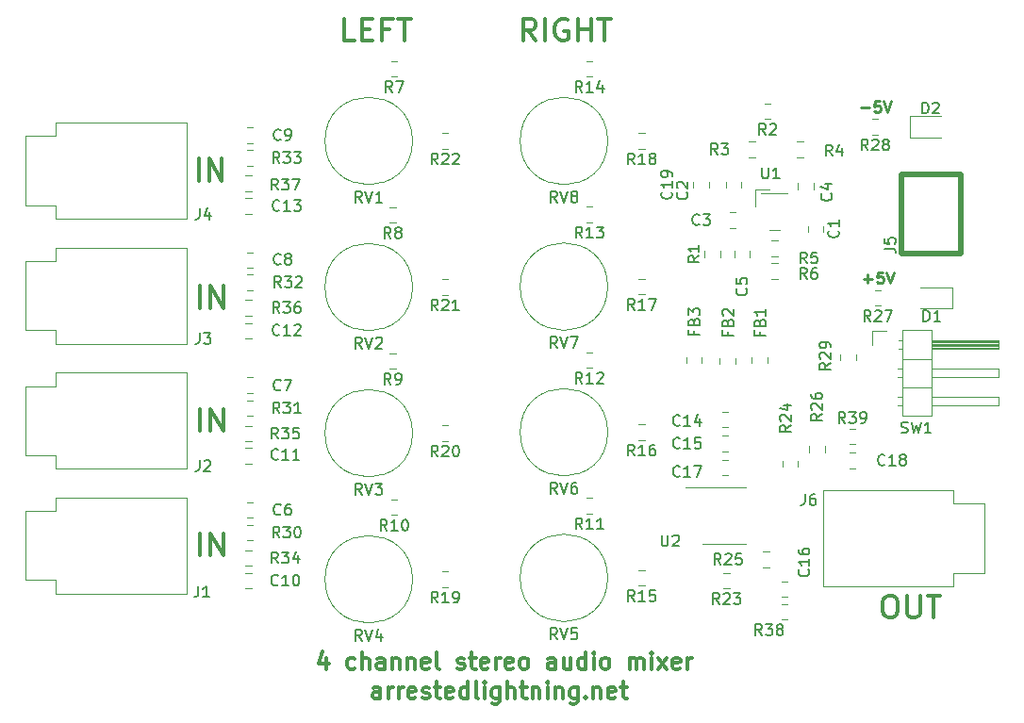
<source format=gto>
G04 #@! TF.GenerationSoftware,KiCad,Pcbnew,5.1.6-c6e7f7d~87~ubuntu18.04.1*
G04 #@! TF.CreationDate,2020-09-10T19:55:48-05:00*
G04 #@! TF.ProjectId,MiniStereoMixer,4d696e69-5374-4657-9265-6f4d69786572,rev?*
G04 #@! TF.SameCoordinates,Original*
G04 #@! TF.FileFunction,Legend,Top*
G04 #@! TF.FilePolarity,Positive*
%FSLAX46Y46*%
G04 Gerber Fmt 4.6, Leading zero omitted, Abs format (unit mm)*
G04 Created by KiCad (PCBNEW 5.1.6-c6e7f7d~87~ubuntu18.04.1) date 2020-09-10 19:55:48*
%MOMM*%
%LPD*%
G01*
G04 APERTURE LIST*
%ADD10C,0.250000*%
%ADD11C,0.300000*%
%ADD12C,0.120000*%
%ADD13C,0.500000*%
%ADD14C,0.150000*%
G04 APERTURE END LIST*
D10*
X193532285Y-63825428D02*
X194294190Y-63825428D01*
X193913238Y-64206380D02*
X193913238Y-63444476D01*
X195246571Y-63206380D02*
X194770380Y-63206380D01*
X194722761Y-63682571D01*
X194770380Y-63634952D01*
X194865619Y-63587333D01*
X195103714Y-63587333D01*
X195198952Y-63634952D01*
X195246571Y-63682571D01*
X195294190Y-63777809D01*
X195294190Y-64015904D01*
X195246571Y-64111142D01*
X195198952Y-64158761D01*
X195103714Y-64206380D01*
X194865619Y-64206380D01*
X194770380Y-64158761D01*
X194722761Y-64111142D01*
X195579904Y-63206380D02*
X195913238Y-64206380D01*
X196246571Y-63206380D01*
X193278285Y-48458428D02*
X194040190Y-48458428D01*
X194992571Y-47839380D02*
X194516380Y-47839380D01*
X194468761Y-48315571D01*
X194516380Y-48267952D01*
X194611619Y-48220333D01*
X194849714Y-48220333D01*
X194944952Y-48267952D01*
X194992571Y-48315571D01*
X195040190Y-48410809D01*
X195040190Y-48648904D01*
X194992571Y-48744142D01*
X194944952Y-48791761D01*
X194849714Y-48839380D01*
X194611619Y-48839380D01*
X194516380Y-48791761D01*
X194468761Y-48744142D01*
X195325904Y-47839380D02*
X195659238Y-48839380D01*
X195992571Y-47839380D01*
D11*
X145290000Y-97849571D02*
X145290000Y-98849571D01*
X144932857Y-97278142D02*
X144575714Y-98349571D01*
X145504285Y-98349571D01*
X147861428Y-98778142D02*
X147718571Y-98849571D01*
X147432857Y-98849571D01*
X147290000Y-98778142D01*
X147218571Y-98706714D01*
X147147142Y-98563857D01*
X147147142Y-98135285D01*
X147218571Y-97992428D01*
X147290000Y-97921000D01*
X147432857Y-97849571D01*
X147718571Y-97849571D01*
X147861428Y-97921000D01*
X148504285Y-98849571D02*
X148504285Y-97349571D01*
X149147142Y-98849571D02*
X149147142Y-98063857D01*
X149075714Y-97921000D01*
X148932857Y-97849571D01*
X148718571Y-97849571D01*
X148575714Y-97921000D01*
X148504285Y-97992428D01*
X150504285Y-98849571D02*
X150504285Y-98063857D01*
X150432857Y-97921000D01*
X150290000Y-97849571D01*
X150004285Y-97849571D01*
X149861428Y-97921000D01*
X150504285Y-98778142D02*
X150361428Y-98849571D01*
X150004285Y-98849571D01*
X149861428Y-98778142D01*
X149790000Y-98635285D01*
X149790000Y-98492428D01*
X149861428Y-98349571D01*
X150004285Y-98278142D01*
X150361428Y-98278142D01*
X150504285Y-98206714D01*
X151218571Y-97849571D02*
X151218571Y-98849571D01*
X151218571Y-97992428D02*
X151290000Y-97921000D01*
X151432857Y-97849571D01*
X151647142Y-97849571D01*
X151790000Y-97921000D01*
X151861428Y-98063857D01*
X151861428Y-98849571D01*
X152575714Y-97849571D02*
X152575714Y-98849571D01*
X152575714Y-97992428D02*
X152647142Y-97921000D01*
X152790000Y-97849571D01*
X153004285Y-97849571D01*
X153147142Y-97921000D01*
X153218571Y-98063857D01*
X153218571Y-98849571D01*
X154504285Y-98778142D02*
X154361428Y-98849571D01*
X154075714Y-98849571D01*
X153932857Y-98778142D01*
X153861428Y-98635285D01*
X153861428Y-98063857D01*
X153932857Y-97921000D01*
X154075714Y-97849571D01*
X154361428Y-97849571D01*
X154504285Y-97921000D01*
X154575714Y-98063857D01*
X154575714Y-98206714D01*
X153861428Y-98349571D01*
X155432857Y-98849571D02*
X155290000Y-98778142D01*
X155218571Y-98635285D01*
X155218571Y-97349571D01*
X157075714Y-98778142D02*
X157218571Y-98849571D01*
X157504285Y-98849571D01*
X157647142Y-98778142D01*
X157718571Y-98635285D01*
X157718571Y-98563857D01*
X157647142Y-98421000D01*
X157504285Y-98349571D01*
X157290000Y-98349571D01*
X157147142Y-98278142D01*
X157075714Y-98135285D01*
X157075714Y-98063857D01*
X157147142Y-97921000D01*
X157290000Y-97849571D01*
X157504285Y-97849571D01*
X157647142Y-97921000D01*
X158147142Y-97849571D02*
X158718571Y-97849571D01*
X158361428Y-97349571D02*
X158361428Y-98635285D01*
X158432857Y-98778142D01*
X158575714Y-98849571D01*
X158718571Y-98849571D01*
X159790000Y-98778142D02*
X159647142Y-98849571D01*
X159361428Y-98849571D01*
X159218571Y-98778142D01*
X159147142Y-98635285D01*
X159147142Y-98063857D01*
X159218571Y-97921000D01*
X159361428Y-97849571D01*
X159647142Y-97849571D01*
X159790000Y-97921000D01*
X159861428Y-98063857D01*
X159861428Y-98206714D01*
X159147142Y-98349571D01*
X160504285Y-98849571D02*
X160504285Y-97849571D01*
X160504285Y-98135285D02*
X160575714Y-97992428D01*
X160647142Y-97921000D01*
X160790000Y-97849571D01*
X160932857Y-97849571D01*
X162004285Y-98778142D02*
X161861428Y-98849571D01*
X161575714Y-98849571D01*
X161432857Y-98778142D01*
X161361428Y-98635285D01*
X161361428Y-98063857D01*
X161432857Y-97921000D01*
X161575714Y-97849571D01*
X161861428Y-97849571D01*
X162004285Y-97921000D01*
X162075714Y-98063857D01*
X162075714Y-98206714D01*
X161361428Y-98349571D01*
X162932857Y-98849571D02*
X162790000Y-98778142D01*
X162718571Y-98706714D01*
X162647142Y-98563857D01*
X162647142Y-98135285D01*
X162718571Y-97992428D01*
X162790000Y-97921000D01*
X162932857Y-97849571D01*
X163147142Y-97849571D01*
X163290000Y-97921000D01*
X163361428Y-97992428D01*
X163432857Y-98135285D01*
X163432857Y-98563857D01*
X163361428Y-98706714D01*
X163290000Y-98778142D01*
X163147142Y-98849571D01*
X162932857Y-98849571D01*
X165861428Y-98849571D02*
X165861428Y-98063857D01*
X165790000Y-97921000D01*
X165647142Y-97849571D01*
X165361428Y-97849571D01*
X165218571Y-97921000D01*
X165861428Y-98778142D02*
X165718571Y-98849571D01*
X165361428Y-98849571D01*
X165218571Y-98778142D01*
X165147142Y-98635285D01*
X165147142Y-98492428D01*
X165218571Y-98349571D01*
X165361428Y-98278142D01*
X165718571Y-98278142D01*
X165861428Y-98206714D01*
X167218571Y-97849571D02*
X167218571Y-98849571D01*
X166575714Y-97849571D02*
X166575714Y-98635285D01*
X166647142Y-98778142D01*
X166790000Y-98849571D01*
X167004285Y-98849571D01*
X167147142Y-98778142D01*
X167218571Y-98706714D01*
X168575714Y-98849571D02*
X168575714Y-97349571D01*
X168575714Y-98778142D02*
X168432857Y-98849571D01*
X168147142Y-98849571D01*
X168004285Y-98778142D01*
X167932857Y-98706714D01*
X167861428Y-98563857D01*
X167861428Y-98135285D01*
X167932857Y-97992428D01*
X168004285Y-97921000D01*
X168147142Y-97849571D01*
X168432857Y-97849571D01*
X168575714Y-97921000D01*
X169290000Y-98849571D02*
X169290000Y-97849571D01*
X169290000Y-97349571D02*
X169218571Y-97421000D01*
X169290000Y-97492428D01*
X169361428Y-97421000D01*
X169290000Y-97349571D01*
X169290000Y-97492428D01*
X170218571Y-98849571D02*
X170075714Y-98778142D01*
X170004285Y-98706714D01*
X169932857Y-98563857D01*
X169932857Y-98135285D01*
X170004285Y-97992428D01*
X170075714Y-97921000D01*
X170218571Y-97849571D01*
X170432857Y-97849571D01*
X170575714Y-97921000D01*
X170647142Y-97992428D01*
X170718571Y-98135285D01*
X170718571Y-98563857D01*
X170647142Y-98706714D01*
X170575714Y-98778142D01*
X170432857Y-98849571D01*
X170218571Y-98849571D01*
X172504285Y-98849571D02*
X172504285Y-97849571D01*
X172504285Y-97992428D02*
X172575714Y-97921000D01*
X172718571Y-97849571D01*
X172932857Y-97849571D01*
X173075714Y-97921000D01*
X173147142Y-98063857D01*
X173147142Y-98849571D01*
X173147142Y-98063857D02*
X173218571Y-97921000D01*
X173361428Y-97849571D01*
X173575714Y-97849571D01*
X173718571Y-97921000D01*
X173790000Y-98063857D01*
X173790000Y-98849571D01*
X174504285Y-98849571D02*
X174504285Y-97849571D01*
X174504285Y-97349571D02*
X174432857Y-97421000D01*
X174504285Y-97492428D01*
X174575714Y-97421000D01*
X174504285Y-97349571D01*
X174504285Y-97492428D01*
X175075714Y-98849571D02*
X175861428Y-97849571D01*
X175075714Y-97849571D02*
X175861428Y-98849571D01*
X177004285Y-98778142D02*
X176861428Y-98849571D01*
X176575714Y-98849571D01*
X176432857Y-98778142D01*
X176361428Y-98635285D01*
X176361428Y-98063857D01*
X176432857Y-97921000D01*
X176575714Y-97849571D01*
X176861428Y-97849571D01*
X177004285Y-97921000D01*
X177075714Y-98063857D01*
X177075714Y-98206714D01*
X176361428Y-98349571D01*
X177718571Y-98849571D02*
X177718571Y-97849571D01*
X177718571Y-98135285D02*
X177790000Y-97992428D01*
X177861428Y-97921000D01*
X178004285Y-97849571D01*
X178147142Y-97849571D01*
X150139142Y-101516571D02*
X150139142Y-100730857D01*
X150067714Y-100588000D01*
X149924857Y-100516571D01*
X149639142Y-100516571D01*
X149496285Y-100588000D01*
X150139142Y-101445142D02*
X149996285Y-101516571D01*
X149639142Y-101516571D01*
X149496285Y-101445142D01*
X149424857Y-101302285D01*
X149424857Y-101159428D01*
X149496285Y-101016571D01*
X149639142Y-100945142D01*
X149996285Y-100945142D01*
X150139142Y-100873714D01*
X150853428Y-101516571D02*
X150853428Y-100516571D01*
X150853428Y-100802285D02*
X150924857Y-100659428D01*
X150996285Y-100588000D01*
X151139142Y-100516571D01*
X151282000Y-100516571D01*
X151782000Y-101516571D02*
X151782000Y-100516571D01*
X151782000Y-100802285D02*
X151853428Y-100659428D01*
X151924857Y-100588000D01*
X152067714Y-100516571D01*
X152210571Y-100516571D01*
X153282000Y-101445142D02*
X153139142Y-101516571D01*
X152853428Y-101516571D01*
X152710571Y-101445142D01*
X152639142Y-101302285D01*
X152639142Y-100730857D01*
X152710571Y-100588000D01*
X152853428Y-100516571D01*
X153139142Y-100516571D01*
X153282000Y-100588000D01*
X153353428Y-100730857D01*
X153353428Y-100873714D01*
X152639142Y-101016571D01*
X153924857Y-101445142D02*
X154067714Y-101516571D01*
X154353428Y-101516571D01*
X154496285Y-101445142D01*
X154567714Y-101302285D01*
X154567714Y-101230857D01*
X154496285Y-101088000D01*
X154353428Y-101016571D01*
X154139142Y-101016571D01*
X153996285Y-100945142D01*
X153924857Y-100802285D01*
X153924857Y-100730857D01*
X153996285Y-100588000D01*
X154139142Y-100516571D01*
X154353428Y-100516571D01*
X154496285Y-100588000D01*
X154996285Y-100516571D02*
X155567714Y-100516571D01*
X155210571Y-100016571D02*
X155210571Y-101302285D01*
X155282000Y-101445142D01*
X155424857Y-101516571D01*
X155567714Y-101516571D01*
X156639142Y-101445142D02*
X156496285Y-101516571D01*
X156210571Y-101516571D01*
X156067714Y-101445142D01*
X155996285Y-101302285D01*
X155996285Y-100730857D01*
X156067714Y-100588000D01*
X156210571Y-100516571D01*
X156496285Y-100516571D01*
X156639142Y-100588000D01*
X156710571Y-100730857D01*
X156710571Y-100873714D01*
X155996285Y-101016571D01*
X157996285Y-101516571D02*
X157996285Y-100016571D01*
X157996285Y-101445142D02*
X157853428Y-101516571D01*
X157567714Y-101516571D01*
X157424857Y-101445142D01*
X157353428Y-101373714D01*
X157282000Y-101230857D01*
X157282000Y-100802285D01*
X157353428Y-100659428D01*
X157424857Y-100588000D01*
X157567714Y-100516571D01*
X157853428Y-100516571D01*
X157996285Y-100588000D01*
X158924857Y-101516571D02*
X158782000Y-101445142D01*
X158710571Y-101302285D01*
X158710571Y-100016571D01*
X159496285Y-101516571D02*
X159496285Y-100516571D01*
X159496285Y-100016571D02*
X159424857Y-100088000D01*
X159496285Y-100159428D01*
X159567714Y-100088000D01*
X159496285Y-100016571D01*
X159496285Y-100159428D01*
X160853428Y-100516571D02*
X160853428Y-101730857D01*
X160782000Y-101873714D01*
X160710571Y-101945142D01*
X160567714Y-102016571D01*
X160353428Y-102016571D01*
X160210571Y-101945142D01*
X160853428Y-101445142D02*
X160710571Y-101516571D01*
X160424857Y-101516571D01*
X160282000Y-101445142D01*
X160210571Y-101373714D01*
X160139142Y-101230857D01*
X160139142Y-100802285D01*
X160210571Y-100659428D01*
X160282000Y-100588000D01*
X160424857Y-100516571D01*
X160710571Y-100516571D01*
X160853428Y-100588000D01*
X161567714Y-101516571D02*
X161567714Y-100016571D01*
X162210571Y-101516571D02*
X162210571Y-100730857D01*
X162139142Y-100588000D01*
X161996285Y-100516571D01*
X161782000Y-100516571D01*
X161639142Y-100588000D01*
X161567714Y-100659428D01*
X162710571Y-100516571D02*
X163282000Y-100516571D01*
X162924857Y-100016571D02*
X162924857Y-101302285D01*
X162996285Y-101445142D01*
X163139142Y-101516571D01*
X163282000Y-101516571D01*
X163782000Y-100516571D02*
X163782000Y-101516571D01*
X163782000Y-100659428D02*
X163853428Y-100588000D01*
X163996285Y-100516571D01*
X164210571Y-100516571D01*
X164353428Y-100588000D01*
X164424857Y-100730857D01*
X164424857Y-101516571D01*
X165139142Y-101516571D02*
X165139142Y-100516571D01*
X165139142Y-100016571D02*
X165067714Y-100088000D01*
X165139142Y-100159428D01*
X165210571Y-100088000D01*
X165139142Y-100016571D01*
X165139142Y-100159428D01*
X165853428Y-100516571D02*
X165853428Y-101516571D01*
X165853428Y-100659428D02*
X165924857Y-100588000D01*
X166067714Y-100516571D01*
X166282000Y-100516571D01*
X166424857Y-100588000D01*
X166496285Y-100730857D01*
X166496285Y-101516571D01*
X167853428Y-100516571D02*
X167853428Y-101730857D01*
X167782000Y-101873714D01*
X167710571Y-101945142D01*
X167567714Y-102016571D01*
X167353428Y-102016571D01*
X167210571Y-101945142D01*
X167853428Y-101445142D02*
X167710571Y-101516571D01*
X167424857Y-101516571D01*
X167282000Y-101445142D01*
X167210571Y-101373714D01*
X167139142Y-101230857D01*
X167139142Y-100802285D01*
X167210571Y-100659428D01*
X167282000Y-100588000D01*
X167424857Y-100516571D01*
X167710571Y-100516571D01*
X167853428Y-100588000D01*
X168567714Y-101373714D02*
X168639142Y-101445142D01*
X168567714Y-101516571D01*
X168496285Y-101445142D01*
X168567714Y-101373714D01*
X168567714Y-101516571D01*
X169282000Y-100516571D02*
X169282000Y-101516571D01*
X169282000Y-100659428D02*
X169353428Y-100588000D01*
X169496285Y-100516571D01*
X169710571Y-100516571D01*
X169853428Y-100588000D01*
X169924857Y-100730857D01*
X169924857Y-101516571D01*
X171210571Y-101445142D02*
X171067714Y-101516571D01*
X170782000Y-101516571D01*
X170639142Y-101445142D01*
X170567714Y-101302285D01*
X170567714Y-100730857D01*
X170639142Y-100588000D01*
X170782000Y-100516571D01*
X171067714Y-100516571D01*
X171210571Y-100588000D01*
X171282000Y-100730857D01*
X171282000Y-100873714D01*
X170567714Y-101016571D01*
X171710571Y-100516571D02*
X172282000Y-100516571D01*
X171924857Y-100016571D02*
X171924857Y-101302285D01*
X171996285Y-101445142D01*
X172139142Y-101516571D01*
X172282000Y-101516571D01*
X164084333Y-42433761D02*
X163417666Y-41481380D01*
X162941476Y-42433761D02*
X162941476Y-40433761D01*
X163703380Y-40433761D01*
X163893857Y-40529000D01*
X163989095Y-40624238D01*
X164084333Y-40814714D01*
X164084333Y-41100428D01*
X163989095Y-41290904D01*
X163893857Y-41386142D01*
X163703380Y-41481380D01*
X162941476Y-41481380D01*
X164941476Y-42433761D02*
X164941476Y-40433761D01*
X166941476Y-40529000D02*
X166751000Y-40433761D01*
X166465285Y-40433761D01*
X166179571Y-40529000D01*
X165989095Y-40719476D01*
X165893857Y-40909952D01*
X165798619Y-41290904D01*
X165798619Y-41576619D01*
X165893857Y-41957571D01*
X165989095Y-42148047D01*
X166179571Y-42338523D01*
X166465285Y-42433761D01*
X166655761Y-42433761D01*
X166941476Y-42338523D01*
X167036714Y-42243285D01*
X167036714Y-41576619D01*
X166655761Y-41576619D01*
X167893857Y-42433761D02*
X167893857Y-40433761D01*
X167893857Y-41386142D02*
X169036714Y-41386142D01*
X169036714Y-42433761D02*
X169036714Y-40433761D01*
X169703380Y-40433761D02*
X170846238Y-40433761D01*
X170274809Y-42433761D02*
X170274809Y-40433761D01*
X147828238Y-42433761D02*
X146875857Y-42433761D01*
X146875857Y-40433761D01*
X148494904Y-41386142D02*
X149161571Y-41386142D01*
X149447285Y-42433761D02*
X148494904Y-42433761D01*
X148494904Y-40433761D01*
X149447285Y-40433761D01*
X150971095Y-41386142D02*
X150304428Y-41386142D01*
X150304428Y-42433761D02*
X150304428Y-40433761D01*
X151256809Y-40433761D01*
X151733000Y-40433761D02*
X152875857Y-40433761D01*
X152304428Y-42433761D02*
X152304428Y-40433761D01*
X195739000Y-92249761D02*
X196119952Y-92249761D01*
X196310428Y-92345000D01*
X196500904Y-92535476D01*
X196596142Y-92916428D01*
X196596142Y-93583095D01*
X196500904Y-93964047D01*
X196310428Y-94154523D01*
X196119952Y-94249761D01*
X195739000Y-94249761D01*
X195548523Y-94154523D01*
X195358047Y-93964047D01*
X195262809Y-93583095D01*
X195262809Y-92916428D01*
X195358047Y-92535476D01*
X195548523Y-92345000D01*
X195739000Y-92249761D01*
X197453285Y-92249761D02*
X197453285Y-93868809D01*
X197548523Y-94059285D01*
X197643761Y-94154523D01*
X197834238Y-94249761D01*
X198215190Y-94249761D01*
X198405666Y-94154523D01*
X198500904Y-94059285D01*
X198596142Y-93868809D01*
X198596142Y-92249761D01*
X199262809Y-92249761D02*
X200405666Y-92249761D01*
X199834238Y-94249761D02*
X199834238Y-92249761D01*
X133953380Y-88661761D02*
X133953380Y-86661761D01*
X134905761Y-88661761D02*
X134905761Y-86661761D01*
X136048619Y-88661761D01*
X136048619Y-86661761D01*
X133953380Y-77485761D02*
X133953380Y-75485761D01*
X134905761Y-77485761D02*
X134905761Y-75485761D01*
X136048619Y-77485761D01*
X136048619Y-75485761D01*
X133953380Y-66436761D02*
X133953380Y-64436761D01*
X134905761Y-66436761D02*
X134905761Y-64436761D01*
X136048619Y-66436761D01*
X136048619Y-64436761D01*
X133826380Y-55006761D02*
X133826380Y-53006761D01*
X134778761Y-55006761D02*
X134778761Y-53006761D01*
X135921619Y-55006761D01*
X135921619Y-53006761D01*
D12*
G04 #@! TO.C,J6*
X204343000Y-84022000D02*
X204343000Y-90222000D01*
X204343000Y-90222000D02*
X201599000Y-90222000D01*
X201599000Y-90222000D02*
X201599000Y-91440000D01*
X201599000Y-91442000D02*
X189865000Y-91442000D01*
X189865000Y-91440000D02*
X189865000Y-82802000D01*
X189865000Y-82802000D02*
X201599000Y-82802000D01*
X201599000Y-82804000D02*
X201599000Y-84022000D01*
X201599000Y-84022000D02*
X204343000Y-84022000D01*
G04 #@! TO.C,J1*
X118237000Y-90882000D02*
X118237000Y-84682000D01*
X118237000Y-84682000D02*
X120981000Y-84682000D01*
X120981000Y-84682000D02*
X120981000Y-83464000D01*
X120981000Y-83462000D02*
X132715000Y-83462000D01*
X132715000Y-83464000D02*
X132715000Y-92102000D01*
X132715000Y-92102000D02*
X120981000Y-92102000D01*
X120981000Y-92100000D02*
X120981000Y-90882000D01*
X120981000Y-90882000D02*
X118237000Y-90882000D01*
G04 #@! TO.C,J2*
X118237000Y-79655332D02*
X118237000Y-73455332D01*
X118237000Y-73455332D02*
X120981000Y-73455332D01*
X120981000Y-73455332D02*
X120981000Y-72237332D01*
X120981000Y-72235332D02*
X132715000Y-72235332D01*
X132715000Y-72237332D02*
X132715000Y-80875332D01*
X132715000Y-80875332D02*
X120981000Y-80875332D01*
X120981000Y-80873332D02*
X120981000Y-79655332D01*
X120981000Y-79655332D02*
X118237000Y-79655332D01*
G04 #@! TO.C,J3*
X118237000Y-68428666D02*
X118237000Y-62228666D01*
X118237000Y-62228666D02*
X120981000Y-62228666D01*
X120981000Y-62228666D02*
X120981000Y-61010666D01*
X120981000Y-61008666D02*
X132715000Y-61008666D01*
X132715000Y-61010666D02*
X132715000Y-69648666D01*
X132715000Y-69648666D02*
X120981000Y-69648666D01*
X120981000Y-69646666D02*
X120981000Y-68428666D01*
X120981000Y-68428666D02*
X118237000Y-68428666D01*
G04 #@! TO.C,J4*
X118237000Y-57202000D02*
X118237000Y-51002000D01*
X118237000Y-51002000D02*
X120981000Y-51002000D01*
X120981000Y-51002000D02*
X120981000Y-49784000D01*
X120981000Y-49782000D02*
X132715000Y-49782000D01*
X132715000Y-49784000D02*
X132715000Y-58422000D01*
X132715000Y-58422000D02*
X120981000Y-58422000D01*
X120981000Y-58420000D02*
X120981000Y-57202000D01*
X120981000Y-57202000D02*
X118237000Y-57202000D01*
G04 #@! TO.C,C1*
X188520000Y-59056748D02*
X188520000Y-59579252D01*
X189940000Y-59056748D02*
X189940000Y-59579252D01*
G04 #@! TO.C,C2*
X181154000Y-55633252D02*
X181154000Y-55110748D01*
X182574000Y-55633252D02*
X182574000Y-55110748D01*
G04 #@! TO.C,C3*
X182061752Y-57837000D02*
X181539248Y-57837000D01*
X182061752Y-59257000D02*
X181539248Y-59257000D01*
G04 #@! TO.C,C4*
X189051000Y-55760252D02*
X189051000Y-55237748D01*
X187631000Y-55760252D02*
X187631000Y-55237748D01*
G04 #@! TO.C,C5*
X183336000Y-61324748D02*
X183336000Y-61847252D01*
X181916000Y-61324748D02*
X181916000Y-61847252D01*
G04 #@! TO.C,C6*
X138682252Y-85292000D02*
X138159748Y-85292000D01*
X138682252Y-83872000D02*
X138159748Y-83872000D01*
G04 #@! TO.C,C7*
X138682252Y-74073666D02*
X138159748Y-74073666D01*
X138682252Y-72653666D02*
X138159748Y-72653666D01*
G04 #@! TO.C,C8*
X138682252Y-62855333D02*
X138159748Y-62855333D01*
X138682252Y-61435333D02*
X138159748Y-61435333D01*
G04 #@! TO.C,C9*
X138682252Y-51637000D02*
X138159748Y-51637000D01*
X138682252Y-50217000D02*
X138159748Y-50217000D01*
G04 #@! TO.C,C10*
X138564252Y-90222000D02*
X138041748Y-90222000D01*
X138564252Y-91642000D02*
X138041748Y-91642000D01*
G04 #@! TO.C,C11*
X138564252Y-79003666D02*
X138041748Y-79003666D01*
X138564252Y-80423666D02*
X138041748Y-80423666D01*
G04 #@! TO.C,C12*
X138564252Y-67785333D02*
X138041748Y-67785333D01*
X138564252Y-69205333D02*
X138041748Y-69205333D01*
G04 #@! TO.C,C13*
X138564252Y-57987000D02*
X138041748Y-57987000D01*
X138564252Y-56567000D02*
X138041748Y-56567000D01*
G04 #@! TO.C,C14*
X181363252Y-75744000D02*
X180840748Y-75744000D01*
X181363252Y-77164000D02*
X180840748Y-77164000D01*
G04 #@! TO.C,C15*
X181354252Y-79323000D02*
X180831748Y-79323000D01*
X181354252Y-77903000D02*
X180831748Y-77903000D01*
G04 #@! TO.C,C16*
X186697252Y-92404000D02*
X186174748Y-92404000D01*
X186697252Y-90984000D02*
X186174748Y-90984000D01*
G04 #@! TO.C,C17*
X181354252Y-80062000D02*
X180831748Y-80062000D01*
X181354252Y-81482000D02*
X180831748Y-81482000D01*
G04 #@! TO.C,C18*
X192784252Y-79427000D02*
X192261748Y-79427000D01*
X192784252Y-80847000D02*
X192261748Y-80847000D01*
D13*
G04 #@! TO.C,J5*
X202237000Y-61525500D02*
X202237000Y-54425500D01*
X202237000Y-54425500D02*
X196937000Y-54425500D01*
X196937000Y-54425500D02*
X196937000Y-61525500D01*
X196937000Y-61525500D02*
X202237000Y-61525500D01*
D12*
G04 #@! TO.C,R1*
X180669000Y-61856252D02*
X180669000Y-61333748D01*
X179249000Y-61856252D02*
X179249000Y-61333748D01*
G04 #@! TO.C,R2*
X185173252Y-49478000D02*
X184650748Y-49478000D01*
X185173252Y-48058000D02*
X184650748Y-48058000D01*
G04 #@! TO.C,R3*
X183776252Y-52907000D02*
X183253748Y-52907000D01*
X183776252Y-51487000D02*
X183253748Y-51487000D01*
G04 #@! TO.C,R4*
X188085252Y-51487000D02*
X187562748Y-51487000D01*
X188085252Y-52907000D02*
X187562748Y-52907000D01*
G04 #@! TO.C,R5*
X185276748Y-60377000D02*
X185799252Y-60377000D01*
X185276748Y-61797000D02*
X185799252Y-61797000D01*
G04 #@! TO.C,R6*
X185808252Y-63829000D02*
X185285748Y-63829000D01*
X185808252Y-62409000D02*
X185285748Y-62409000D01*
G04 #@! TO.C,R7*
X151636252Y-44248000D02*
X151113748Y-44248000D01*
X151636252Y-45668000D02*
X151113748Y-45668000D01*
G04 #@! TO.C,R8*
X151509252Y-58791333D02*
X150986748Y-58791333D01*
X151509252Y-57371333D02*
X150986748Y-57371333D01*
G04 #@! TO.C,R9*
X151509252Y-70494666D02*
X150986748Y-70494666D01*
X151509252Y-71914666D02*
X150986748Y-71914666D01*
G04 #@! TO.C,R10*
X151645252Y-85038000D02*
X151122748Y-85038000D01*
X151645252Y-83618000D02*
X151122748Y-83618000D01*
G04 #@! TO.C,R11*
X169171252Y-84911000D02*
X168648748Y-84911000D01*
X169171252Y-83491000D02*
X168648748Y-83491000D01*
G04 #@! TO.C,R12*
X169171252Y-71830000D02*
X168648748Y-71830000D01*
X169171252Y-70410000D02*
X168648748Y-70410000D01*
G04 #@! TO.C,R13*
X169171252Y-57329000D02*
X168648748Y-57329000D01*
X169171252Y-58749000D02*
X168648748Y-58749000D01*
G04 #@! TO.C,R14*
X169171252Y-44248000D02*
X168648748Y-44248000D01*
X169171252Y-45668000D02*
X168648748Y-45668000D01*
G04 #@! TO.C,R15*
X173870252Y-91388000D02*
X173347748Y-91388000D01*
X173870252Y-89968000D02*
X173347748Y-89968000D01*
G04 #@! TO.C,R16*
X173870252Y-76887000D02*
X173347748Y-76887000D01*
X173870252Y-78307000D02*
X173347748Y-78307000D01*
G04 #@! TO.C,R17*
X173870252Y-65226000D02*
X173347748Y-65226000D01*
X173870252Y-63806000D02*
X173347748Y-63806000D01*
G04 #@! TO.C,R18*
X173870252Y-50725000D02*
X173347748Y-50725000D01*
X173870252Y-52145000D02*
X173347748Y-52145000D01*
G04 #@! TO.C,R19*
X156208252Y-90095000D02*
X155685748Y-90095000D01*
X156208252Y-91515000D02*
X155685748Y-91515000D01*
G04 #@! TO.C,R20*
X156208252Y-78391666D02*
X155685748Y-78391666D01*
X156208252Y-76971666D02*
X155685748Y-76971666D01*
G04 #@! TO.C,R21*
X156208252Y-63848333D02*
X155685748Y-63848333D01*
X156208252Y-65268333D02*
X155685748Y-65268333D01*
G04 #@! TO.C,R22*
X156208252Y-50725000D02*
X155685748Y-50725000D01*
X156208252Y-52145000D02*
X155685748Y-52145000D01*
G04 #@! TO.C,R23*
X181481252Y-90222000D02*
X180958748Y-90222000D01*
X181481252Y-91642000D02*
X180958748Y-91642000D01*
G04 #@! TO.C,R24*
X187654000Y-80138748D02*
X187654000Y-80661252D01*
X186234000Y-80138748D02*
X186234000Y-80661252D01*
G04 #@! TO.C,R25*
X185037252Y-88317000D02*
X184514748Y-88317000D01*
X185037252Y-89737000D02*
X184514748Y-89737000D01*
G04 #@! TO.C,R26*
X190067000Y-78850748D02*
X190067000Y-79373252D01*
X188647000Y-78850748D02*
X188647000Y-79373252D01*
G04 #@! TO.C,SW1*
X194310000Y-68453000D02*
X195580000Y-68453000D01*
X194310000Y-69723000D02*
X194310000Y-68453000D01*
X196622929Y-75183000D02*
X197020000Y-75183000D01*
X196622929Y-74423000D02*
X197020000Y-74423000D01*
X205680000Y-75183000D02*
X199680000Y-75183000D01*
X205680000Y-74423000D02*
X205680000Y-75183000D01*
X199680000Y-74423000D02*
X205680000Y-74423000D01*
X197020000Y-73533000D02*
X199680000Y-73533000D01*
X196622929Y-72643000D02*
X197020000Y-72643000D01*
X196622929Y-71883000D02*
X197020000Y-71883000D01*
X205680000Y-72643000D02*
X199680000Y-72643000D01*
X205680000Y-71883000D02*
X205680000Y-72643000D01*
X199680000Y-71883000D02*
X205680000Y-71883000D01*
X197020000Y-70993000D02*
X199680000Y-70993000D01*
X196690000Y-70103000D02*
X197020000Y-70103000D01*
X196690000Y-69343000D02*
X197020000Y-69343000D01*
X199680000Y-70003000D02*
X205680000Y-70003000D01*
X199680000Y-69883000D02*
X205680000Y-69883000D01*
X199680000Y-69763000D02*
X205680000Y-69763000D01*
X199680000Y-69643000D02*
X205680000Y-69643000D01*
X199680000Y-69523000D02*
X205680000Y-69523000D01*
X199680000Y-69403000D02*
X205680000Y-69403000D01*
X205680000Y-70103000D02*
X199680000Y-70103000D01*
X205680000Y-69343000D02*
X205680000Y-70103000D01*
X199680000Y-69343000D02*
X205680000Y-69343000D01*
X199680000Y-68393000D02*
X197020000Y-68393000D01*
X199680000Y-76133000D02*
X199680000Y-68393000D01*
X197020000Y-76133000D02*
X199680000Y-76133000D01*
X197020000Y-68393000D02*
X197020000Y-76133000D01*
G04 #@! TO.C,U1*
X184297000Y-56165000D02*
X186667000Y-56165000D01*
X186047000Y-59405000D02*
X185047000Y-59405000D01*
X183847000Y-55785000D02*
X185047000Y-55785000D01*
X183847000Y-57285000D02*
X183847000Y-55785000D01*
G04 #@! TO.C,U2*
X180975000Y-82530000D02*
X177525000Y-82530000D01*
X180975000Y-82530000D02*
X182925000Y-82530000D01*
X180975000Y-87650000D02*
X179025000Y-87650000D01*
X180975000Y-87650000D02*
X182925000Y-87650000D01*
G04 #@! TO.C,D1*
X198644000Y-66492000D02*
X201504000Y-66492000D01*
X201504000Y-66492000D02*
X201504000Y-64572000D01*
X201504000Y-64572000D02*
X198644000Y-64572000D01*
G04 #@! TO.C,D2*
X197666000Y-51125000D02*
X200526000Y-51125000D01*
X197666000Y-49205000D02*
X197666000Y-51125000D01*
X200526000Y-49205000D02*
X197666000Y-49205000D01*
G04 #@! TO.C,R27*
X195070252Y-66242000D02*
X194547748Y-66242000D01*
X195070252Y-64822000D02*
X194547748Y-64822000D01*
G04 #@! TO.C,R28*
X194825252Y-49455000D02*
X194302748Y-49455000D01*
X194825252Y-50875000D02*
X194302748Y-50875000D01*
G04 #@! TO.C,R29*
X191441000Y-70595748D02*
X191441000Y-71118252D01*
X192861000Y-70595748D02*
X192861000Y-71118252D01*
G04 #@! TO.C,RV1*
X153028000Y-51435000D02*
G75*
G03*
X153028000Y-51435000I-3930000J0D01*
G01*
G04 #@! TO.C,RV2*
X153028000Y-64558333D02*
G75*
G03*
X153028000Y-64558333I-3930000J0D01*
G01*
G04 #@! TO.C,RV3*
X153028000Y-77681666D02*
G75*
G03*
X153028000Y-77681666I-3930000J0D01*
G01*
G04 #@! TO.C,RV4*
X153028000Y-90805000D02*
G75*
G03*
X153028000Y-90805000I-3930000J0D01*
G01*
G04 #@! TO.C,RV5*
X170554000Y-90678000D02*
G75*
G03*
X170554000Y-90678000I-3930000J0D01*
G01*
G04 #@! TO.C,RV6*
X170554000Y-77597000D02*
G75*
G03*
X170554000Y-77597000I-3930000J0D01*
G01*
G04 #@! TO.C,RV7*
X170554000Y-64516000D02*
G75*
G03*
X170554000Y-64516000I-3930000J0D01*
G01*
G04 #@! TO.C,RV8*
X170554000Y-51435000D02*
G75*
G03*
X170554000Y-51435000I-3930000J0D01*
G01*
G04 #@! TO.C,C19*
X179653000Y-55633252D02*
X179653000Y-55110748D01*
X178233000Y-55633252D02*
X178233000Y-55110748D01*
G04 #@! TO.C,R30*
X138700252Y-85904000D02*
X138177748Y-85904000D01*
X138700252Y-87324000D02*
X138177748Y-87324000D01*
G04 #@! TO.C,R31*
X138700252Y-74728000D02*
X138177748Y-74728000D01*
X138700252Y-76148000D02*
X138177748Y-76148000D01*
G04 #@! TO.C,R32*
X138700252Y-63425000D02*
X138177748Y-63425000D01*
X138700252Y-64845000D02*
X138177748Y-64845000D01*
G04 #@! TO.C,R33*
X138682252Y-52249000D02*
X138159748Y-52249000D01*
X138682252Y-53669000D02*
X138159748Y-53669000D01*
G04 #@! TO.C,R34*
X138032748Y-88190000D02*
X138555252Y-88190000D01*
X138032748Y-89610000D02*
X138555252Y-89610000D01*
G04 #@! TO.C,R35*
X138032748Y-77014000D02*
X138555252Y-77014000D01*
X138032748Y-78434000D02*
X138555252Y-78434000D01*
G04 #@! TO.C,R36*
X138041748Y-65711000D02*
X138564252Y-65711000D01*
X138041748Y-67131000D02*
X138564252Y-67131000D01*
G04 #@! TO.C,R37*
X138032748Y-54535000D02*
X138555252Y-54535000D01*
X138032748Y-55955000D02*
X138555252Y-55955000D01*
G04 #@! TO.C,R38*
X186697252Y-94436000D02*
X186174748Y-94436000D01*
X186697252Y-93016000D02*
X186174748Y-93016000D01*
G04 #@! TO.C,R39*
X192261748Y-78688000D02*
X192784252Y-78688000D01*
X192261748Y-77268000D02*
X192784252Y-77268000D01*
G04 #@! TO.C,FB1*
X184923500Y-71372252D02*
X184923500Y-70849748D01*
X183503500Y-71372252D02*
X183503500Y-70849748D01*
G04 #@! TO.C,FB2*
X180582500Y-71435752D02*
X180582500Y-70913248D01*
X182002500Y-71435752D02*
X182002500Y-70913248D01*
G04 #@! TO.C,FB3*
X179018000Y-71381252D02*
X179018000Y-70858748D01*
X177598000Y-71381252D02*
X177598000Y-70858748D01*
G04 #@! TD*
G04 #@! TO.C,J6*
D14*
X188261666Y-83145380D02*
X188261666Y-83859666D01*
X188214047Y-84002523D01*
X188118809Y-84097761D01*
X187975952Y-84145380D01*
X187880714Y-84145380D01*
X189166428Y-83145380D02*
X188975952Y-83145380D01*
X188880714Y-83193000D01*
X188833095Y-83240619D01*
X188737857Y-83383476D01*
X188690238Y-83573952D01*
X188690238Y-83954904D01*
X188737857Y-84050142D01*
X188785476Y-84097761D01*
X188880714Y-84145380D01*
X189071190Y-84145380D01*
X189166428Y-84097761D01*
X189214047Y-84050142D01*
X189261666Y-83954904D01*
X189261666Y-83716809D01*
X189214047Y-83621571D01*
X189166428Y-83573952D01*
X189071190Y-83526333D01*
X188880714Y-83526333D01*
X188785476Y-83573952D01*
X188737857Y-83621571D01*
X188690238Y-83716809D01*
G04 #@! TO.C,J1*
X133778666Y-91400380D02*
X133778666Y-92114666D01*
X133731047Y-92257523D01*
X133635809Y-92352761D01*
X133492952Y-92400380D01*
X133397714Y-92400380D01*
X134778666Y-92400380D02*
X134207238Y-92400380D01*
X134492952Y-92400380D02*
X134492952Y-91400380D01*
X134397714Y-91543238D01*
X134302476Y-91638476D01*
X134207238Y-91686095D01*
G04 #@! TO.C,J2*
X133905666Y-80097380D02*
X133905666Y-80811666D01*
X133858047Y-80954523D01*
X133762809Y-81049761D01*
X133619952Y-81097380D01*
X133524714Y-81097380D01*
X134334238Y-80192619D02*
X134381857Y-80145000D01*
X134477095Y-80097380D01*
X134715190Y-80097380D01*
X134810428Y-80145000D01*
X134858047Y-80192619D01*
X134905666Y-80287857D01*
X134905666Y-80383095D01*
X134858047Y-80525952D01*
X134286619Y-81097380D01*
X134905666Y-81097380D01*
G04 #@! TO.C,J3*
X133905666Y-68667380D02*
X133905666Y-69381666D01*
X133858047Y-69524523D01*
X133762809Y-69619761D01*
X133619952Y-69667380D01*
X133524714Y-69667380D01*
X134286619Y-68667380D02*
X134905666Y-68667380D01*
X134572333Y-69048333D01*
X134715190Y-69048333D01*
X134810428Y-69095952D01*
X134858047Y-69143571D01*
X134905666Y-69238809D01*
X134905666Y-69476904D01*
X134858047Y-69572142D01*
X134810428Y-69619761D01*
X134715190Y-69667380D01*
X134429476Y-69667380D01*
X134334238Y-69619761D01*
X134286619Y-69572142D01*
G04 #@! TO.C,J4*
X133905666Y-57491380D02*
X133905666Y-58205666D01*
X133858047Y-58348523D01*
X133762809Y-58443761D01*
X133619952Y-58491380D01*
X133524714Y-58491380D01*
X134810428Y-57824714D02*
X134810428Y-58491380D01*
X134572333Y-57443761D02*
X134334238Y-58158047D01*
X134953285Y-58158047D01*
G04 #@! TO.C,C1*
X191237142Y-59484666D02*
X191284761Y-59532285D01*
X191332380Y-59675142D01*
X191332380Y-59770380D01*
X191284761Y-59913238D01*
X191189523Y-60008476D01*
X191094285Y-60056095D01*
X190903809Y-60103714D01*
X190760952Y-60103714D01*
X190570476Y-60056095D01*
X190475238Y-60008476D01*
X190380000Y-59913238D01*
X190332380Y-59770380D01*
X190332380Y-59675142D01*
X190380000Y-59532285D01*
X190427619Y-59484666D01*
X191332380Y-58532285D02*
X191332380Y-59103714D01*
X191332380Y-58818000D02*
X190332380Y-58818000D01*
X190475238Y-58913238D01*
X190570476Y-59008476D01*
X190618095Y-59103714D01*
G04 #@! TO.C,C2*
X177649142Y-56046666D02*
X177696761Y-56094285D01*
X177744380Y-56237142D01*
X177744380Y-56332380D01*
X177696761Y-56475238D01*
X177601523Y-56570476D01*
X177506285Y-56618095D01*
X177315809Y-56665714D01*
X177172952Y-56665714D01*
X176982476Y-56618095D01*
X176887238Y-56570476D01*
X176792000Y-56475238D01*
X176744380Y-56332380D01*
X176744380Y-56237142D01*
X176792000Y-56094285D01*
X176839619Y-56046666D01*
X176839619Y-55665714D02*
X176792000Y-55618095D01*
X176744380Y-55522857D01*
X176744380Y-55284761D01*
X176792000Y-55189523D01*
X176839619Y-55141904D01*
X176934857Y-55094285D01*
X177030095Y-55094285D01*
X177172952Y-55141904D01*
X177744380Y-55713333D01*
X177744380Y-55094285D01*
G04 #@! TO.C,C3*
X178776333Y-58904142D02*
X178728714Y-58951761D01*
X178585857Y-58999380D01*
X178490619Y-58999380D01*
X178347761Y-58951761D01*
X178252523Y-58856523D01*
X178204904Y-58761285D01*
X178157285Y-58570809D01*
X178157285Y-58427952D01*
X178204904Y-58237476D01*
X178252523Y-58142238D01*
X178347761Y-58047000D01*
X178490619Y-57999380D01*
X178585857Y-57999380D01*
X178728714Y-58047000D01*
X178776333Y-58094619D01*
X179109666Y-57999380D02*
X179728714Y-57999380D01*
X179395380Y-58380333D01*
X179538238Y-58380333D01*
X179633476Y-58427952D01*
X179681095Y-58475571D01*
X179728714Y-58570809D01*
X179728714Y-58808904D01*
X179681095Y-58904142D01*
X179633476Y-58951761D01*
X179538238Y-58999380D01*
X179252523Y-58999380D01*
X179157285Y-58951761D01*
X179109666Y-58904142D01*
G04 #@! TO.C,C4*
X190603142Y-56173666D02*
X190650761Y-56221285D01*
X190698380Y-56364142D01*
X190698380Y-56459380D01*
X190650761Y-56602238D01*
X190555523Y-56697476D01*
X190460285Y-56745095D01*
X190269809Y-56792714D01*
X190126952Y-56792714D01*
X189936476Y-56745095D01*
X189841238Y-56697476D01*
X189746000Y-56602238D01*
X189698380Y-56459380D01*
X189698380Y-56364142D01*
X189746000Y-56221285D01*
X189793619Y-56173666D01*
X190031714Y-55316523D02*
X190698380Y-55316523D01*
X189650761Y-55554619D02*
X190365047Y-55792714D01*
X190365047Y-55173666D01*
G04 #@! TO.C,C5*
X182983142Y-64682666D02*
X183030761Y-64730285D01*
X183078380Y-64873142D01*
X183078380Y-64968380D01*
X183030761Y-65111238D01*
X182935523Y-65206476D01*
X182840285Y-65254095D01*
X182649809Y-65301714D01*
X182506952Y-65301714D01*
X182316476Y-65254095D01*
X182221238Y-65206476D01*
X182126000Y-65111238D01*
X182078380Y-64968380D01*
X182078380Y-64873142D01*
X182126000Y-64730285D01*
X182173619Y-64682666D01*
X182078380Y-63777904D02*
X182078380Y-64254095D01*
X182554571Y-64301714D01*
X182506952Y-64254095D01*
X182459333Y-64158857D01*
X182459333Y-63920761D01*
X182506952Y-63825523D01*
X182554571Y-63777904D01*
X182649809Y-63730285D01*
X182887904Y-63730285D01*
X182983142Y-63777904D01*
X183030761Y-63825523D01*
X183078380Y-63920761D01*
X183078380Y-64158857D01*
X183030761Y-64254095D01*
X182983142Y-64301714D01*
G04 #@! TO.C,C6*
X141184333Y-84939142D02*
X141136714Y-84986761D01*
X140993857Y-85034380D01*
X140898619Y-85034380D01*
X140755761Y-84986761D01*
X140660523Y-84891523D01*
X140612904Y-84796285D01*
X140565285Y-84605809D01*
X140565285Y-84462952D01*
X140612904Y-84272476D01*
X140660523Y-84177238D01*
X140755761Y-84082000D01*
X140898619Y-84034380D01*
X140993857Y-84034380D01*
X141136714Y-84082000D01*
X141184333Y-84129619D01*
X142041476Y-84034380D02*
X141851000Y-84034380D01*
X141755761Y-84082000D01*
X141708142Y-84129619D01*
X141612904Y-84272476D01*
X141565285Y-84462952D01*
X141565285Y-84843904D01*
X141612904Y-84939142D01*
X141660523Y-84986761D01*
X141755761Y-85034380D01*
X141946238Y-85034380D01*
X142041476Y-84986761D01*
X142089095Y-84939142D01*
X142136714Y-84843904D01*
X142136714Y-84605809D01*
X142089095Y-84510571D01*
X142041476Y-84462952D01*
X141946238Y-84415333D01*
X141755761Y-84415333D01*
X141660523Y-84462952D01*
X141612904Y-84510571D01*
X141565285Y-84605809D01*
G04 #@! TO.C,C7*
X141184333Y-73763142D02*
X141136714Y-73810761D01*
X140993857Y-73858380D01*
X140898619Y-73858380D01*
X140755761Y-73810761D01*
X140660523Y-73715523D01*
X140612904Y-73620285D01*
X140565285Y-73429809D01*
X140565285Y-73286952D01*
X140612904Y-73096476D01*
X140660523Y-73001238D01*
X140755761Y-72906000D01*
X140898619Y-72858380D01*
X140993857Y-72858380D01*
X141136714Y-72906000D01*
X141184333Y-72953619D01*
X141517666Y-72858380D02*
X142184333Y-72858380D01*
X141755761Y-73858380D01*
G04 #@! TO.C,C8*
X141184333Y-62460142D02*
X141136714Y-62507761D01*
X140993857Y-62555380D01*
X140898619Y-62555380D01*
X140755761Y-62507761D01*
X140660523Y-62412523D01*
X140612904Y-62317285D01*
X140565285Y-62126809D01*
X140565285Y-61983952D01*
X140612904Y-61793476D01*
X140660523Y-61698238D01*
X140755761Y-61603000D01*
X140898619Y-61555380D01*
X140993857Y-61555380D01*
X141136714Y-61603000D01*
X141184333Y-61650619D01*
X141755761Y-61983952D02*
X141660523Y-61936333D01*
X141612904Y-61888714D01*
X141565285Y-61793476D01*
X141565285Y-61745857D01*
X141612904Y-61650619D01*
X141660523Y-61603000D01*
X141755761Y-61555380D01*
X141946238Y-61555380D01*
X142041476Y-61603000D01*
X142089095Y-61650619D01*
X142136714Y-61745857D01*
X142136714Y-61793476D01*
X142089095Y-61888714D01*
X142041476Y-61936333D01*
X141946238Y-61983952D01*
X141755761Y-61983952D01*
X141660523Y-62031571D01*
X141612904Y-62079190D01*
X141565285Y-62174428D01*
X141565285Y-62364904D01*
X141612904Y-62460142D01*
X141660523Y-62507761D01*
X141755761Y-62555380D01*
X141946238Y-62555380D01*
X142041476Y-62507761D01*
X142089095Y-62460142D01*
X142136714Y-62364904D01*
X142136714Y-62174428D01*
X142089095Y-62079190D01*
X142041476Y-62031571D01*
X141946238Y-61983952D01*
G04 #@! TO.C,C9*
X141184333Y-51284142D02*
X141136714Y-51331761D01*
X140993857Y-51379380D01*
X140898619Y-51379380D01*
X140755761Y-51331761D01*
X140660523Y-51236523D01*
X140612904Y-51141285D01*
X140565285Y-50950809D01*
X140565285Y-50807952D01*
X140612904Y-50617476D01*
X140660523Y-50522238D01*
X140755761Y-50427000D01*
X140898619Y-50379380D01*
X140993857Y-50379380D01*
X141136714Y-50427000D01*
X141184333Y-50474619D01*
X141660523Y-51379380D02*
X141851000Y-51379380D01*
X141946238Y-51331761D01*
X141993857Y-51284142D01*
X142089095Y-51141285D01*
X142136714Y-50950809D01*
X142136714Y-50569857D01*
X142089095Y-50474619D01*
X142041476Y-50427000D01*
X141946238Y-50379380D01*
X141755761Y-50379380D01*
X141660523Y-50427000D01*
X141612904Y-50474619D01*
X141565285Y-50569857D01*
X141565285Y-50807952D01*
X141612904Y-50903190D01*
X141660523Y-50950809D01*
X141755761Y-50998428D01*
X141946238Y-50998428D01*
X142041476Y-50950809D01*
X142089095Y-50903190D01*
X142136714Y-50807952D01*
G04 #@! TO.C,C10*
X140962142Y-91289142D02*
X140914523Y-91336761D01*
X140771666Y-91384380D01*
X140676428Y-91384380D01*
X140533571Y-91336761D01*
X140438333Y-91241523D01*
X140390714Y-91146285D01*
X140343095Y-90955809D01*
X140343095Y-90812952D01*
X140390714Y-90622476D01*
X140438333Y-90527238D01*
X140533571Y-90432000D01*
X140676428Y-90384380D01*
X140771666Y-90384380D01*
X140914523Y-90432000D01*
X140962142Y-90479619D01*
X141914523Y-91384380D02*
X141343095Y-91384380D01*
X141628809Y-91384380D02*
X141628809Y-90384380D01*
X141533571Y-90527238D01*
X141438333Y-90622476D01*
X141343095Y-90670095D01*
X142533571Y-90384380D02*
X142628809Y-90384380D01*
X142724047Y-90432000D01*
X142771666Y-90479619D01*
X142819285Y-90574857D01*
X142866904Y-90765333D01*
X142866904Y-91003428D01*
X142819285Y-91193904D01*
X142771666Y-91289142D01*
X142724047Y-91336761D01*
X142628809Y-91384380D01*
X142533571Y-91384380D01*
X142438333Y-91336761D01*
X142390714Y-91289142D01*
X142343095Y-91193904D01*
X142295476Y-91003428D01*
X142295476Y-90765333D01*
X142343095Y-90574857D01*
X142390714Y-90479619D01*
X142438333Y-90432000D01*
X142533571Y-90384380D01*
G04 #@! TO.C,C11*
X140962142Y-79986142D02*
X140914523Y-80033761D01*
X140771666Y-80081380D01*
X140676428Y-80081380D01*
X140533571Y-80033761D01*
X140438333Y-79938523D01*
X140390714Y-79843285D01*
X140343095Y-79652809D01*
X140343095Y-79509952D01*
X140390714Y-79319476D01*
X140438333Y-79224238D01*
X140533571Y-79129000D01*
X140676428Y-79081380D01*
X140771666Y-79081380D01*
X140914523Y-79129000D01*
X140962142Y-79176619D01*
X141914523Y-80081380D02*
X141343095Y-80081380D01*
X141628809Y-80081380D02*
X141628809Y-79081380D01*
X141533571Y-79224238D01*
X141438333Y-79319476D01*
X141343095Y-79367095D01*
X142866904Y-80081380D02*
X142295476Y-80081380D01*
X142581190Y-80081380D02*
X142581190Y-79081380D01*
X142485952Y-79224238D01*
X142390714Y-79319476D01*
X142295476Y-79367095D01*
G04 #@! TO.C,C12*
X141089142Y-68810142D02*
X141041523Y-68857761D01*
X140898666Y-68905380D01*
X140803428Y-68905380D01*
X140660571Y-68857761D01*
X140565333Y-68762523D01*
X140517714Y-68667285D01*
X140470095Y-68476809D01*
X140470095Y-68333952D01*
X140517714Y-68143476D01*
X140565333Y-68048238D01*
X140660571Y-67953000D01*
X140803428Y-67905380D01*
X140898666Y-67905380D01*
X141041523Y-67953000D01*
X141089142Y-68000619D01*
X142041523Y-68905380D02*
X141470095Y-68905380D01*
X141755809Y-68905380D02*
X141755809Y-67905380D01*
X141660571Y-68048238D01*
X141565333Y-68143476D01*
X141470095Y-68191095D01*
X142422476Y-68000619D02*
X142470095Y-67953000D01*
X142565333Y-67905380D01*
X142803428Y-67905380D01*
X142898666Y-67953000D01*
X142946285Y-68000619D01*
X142993904Y-68095857D01*
X142993904Y-68191095D01*
X142946285Y-68333952D01*
X142374857Y-68905380D01*
X142993904Y-68905380D01*
G04 #@! TO.C,C13*
X141089142Y-57634142D02*
X141041523Y-57681761D01*
X140898666Y-57729380D01*
X140803428Y-57729380D01*
X140660571Y-57681761D01*
X140565333Y-57586523D01*
X140517714Y-57491285D01*
X140470095Y-57300809D01*
X140470095Y-57157952D01*
X140517714Y-56967476D01*
X140565333Y-56872238D01*
X140660571Y-56777000D01*
X140803428Y-56729380D01*
X140898666Y-56729380D01*
X141041523Y-56777000D01*
X141089142Y-56824619D01*
X142041523Y-57729380D02*
X141470095Y-57729380D01*
X141755809Y-57729380D02*
X141755809Y-56729380D01*
X141660571Y-56872238D01*
X141565333Y-56967476D01*
X141470095Y-57015095D01*
X142374857Y-56729380D02*
X142993904Y-56729380D01*
X142660571Y-57110333D01*
X142803428Y-57110333D01*
X142898666Y-57157952D01*
X142946285Y-57205571D01*
X142993904Y-57300809D01*
X142993904Y-57538904D01*
X142946285Y-57634142D01*
X142898666Y-57681761D01*
X142803428Y-57729380D01*
X142517714Y-57729380D01*
X142422476Y-57681761D01*
X142374857Y-57634142D01*
G04 #@! TO.C,C14*
X177030142Y-76938142D02*
X176982523Y-76985761D01*
X176839666Y-77033380D01*
X176744428Y-77033380D01*
X176601571Y-76985761D01*
X176506333Y-76890523D01*
X176458714Y-76795285D01*
X176411095Y-76604809D01*
X176411095Y-76461952D01*
X176458714Y-76271476D01*
X176506333Y-76176238D01*
X176601571Y-76081000D01*
X176744428Y-76033380D01*
X176839666Y-76033380D01*
X176982523Y-76081000D01*
X177030142Y-76128619D01*
X177982523Y-77033380D02*
X177411095Y-77033380D01*
X177696809Y-77033380D02*
X177696809Y-76033380D01*
X177601571Y-76176238D01*
X177506333Y-76271476D01*
X177411095Y-76319095D01*
X178839666Y-76366714D02*
X178839666Y-77033380D01*
X178601571Y-75985761D02*
X178363476Y-76700047D01*
X178982523Y-76700047D01*
G04 #@! TO.C,C15*
X177030142Y-78970142D02*
X176982523Y-79017761D01*
X176839666Y-79065380D01*
X176744428Y-79065380D01*
X176601571Y-79017761D01*
X176506333Y-78922523D01*
X176458714Y-78827285D01*
X176411095Y-78636809D01*
X176411095Y-78493952D01*
X176458714Y-78303476D01*
X176506333Y-78208238D01*
X176601571Y-78113000D01*
X176744428Y-78065380D01*
X176839666Y-78065380D01*
X176982523Y-78113000D01*
X177030142Y-78160619D01*
X177982523Y-79065380D02*
X177411095Y-79065380D01*
X177696809Y-79065380D02*
X177696809Y-78065380D01*
X177601571Y-78208238D01*
X177506333Y-78303476D01*
X177411095Y-78351095D01*
X178887285Y-78065380D02*
X178411095Y-78065380D01*
X178363476Y-78541571D01*
X178411095Y-78493952D01*
X178506333Y-78446333D01*
X178744428Y-78446333D01*
X178839666Y-78493952D01*
X178887285Y-78541571D01*
X178934904Y-78636809D01*
X178934904Y-78874904D01*
X178887285Y-78970142D01*
X178839666Y-79017761D01*
X178744428Y-79065380D01*
X178506333Y-79065380D01*
X178411095Y-79017761D01*
X178363476Y-78970142D01*
G04 #@! TO.C,C16*
X188571142Y-89923857D02*
X188618761Y-89971476D01*
X188666380Y-90114333D01*
X188666380Y-90209571D01*
X188618761Y-90352428D01*
X188523523Y-90447666D01*
X188428285Y-90495285D01*
X188237809Y-90542904D01*
X188094952Y-90542904D01*
X187904476Y-90495285D01*
X187809238Y-90447666D01*
X187714000Y-90352428D01*
X187666380Y-90209571D01*
X187666380Y-90114333D01*
X187714000Y-89971476D01*
X187761619Y-89923857D01*
X188666380Y-88971476D02*
X188666380Y-89542904D01*
X188666380Y-89257190D02*
X187666380Y-89257190D01*
X187809238Y-89352428D01*
X187904476Y-89447666D01*
X187952095Y-89542904D01*
X187666380Y-88114333D02*
X187666380Y-88304809D01*
X187714000Y-88400047D01*
X187761619Y-88447666D01*
X187904476Y-88542904D01*
X188094952Y-88590523D01*
X188475904Y-88590523D01*
X188571142Y-88542904D01*
X188618761Y-88495285D01*
X188666380Y-88400047D01*
X188666380Y-88209571D01*
X188618761Y-88114333D01*
X188571142Y-88066714D01*
X188475904Y-88019095D01*
X188237809Y-88019095D01*
X188142571Y-88066714D01*
X188094952Y-88114333D01*
X188047333Y-88209571D01*
X188047333Y-88400047D01*
X188094952Y-88495285D01*
X188142571Y-88542904D01*
X188237809Y-88590523D01*
G04 #@! TO.C,C17*
X177030142Y-81510142D02*
X176982523Y-81557761D01*
X176839666Y-81605380D01*
X176744428Y-81605380D01*
X176601571Y-81557761D01*
X176506333Y-81462523D01*
X176458714Y-81367285D01*
X176411095Y-81176809D01*
X176411095Y-81033952D01*
X176458714Y-80843476D01*
X176506333Y-80748238D01*
X176601571Y-80653000D01*
X176744428Y-80605380D01*
X176839666Y-80605380D01*
X176982523Y-80653000D01*
X177030142Y-80700619D01*
X177982523Y-81605380D02*
X177411095Y-81605380D01*
X177696809Y-81605380D02*
X177696809Y-80605380D01*
X177601571Y-80748238D01*
X177506333Y-80843476D01*
X177411095Y-80891095D01*
X178315857Y-80605380D02*
X178982523Y-80605380D01*
X178553952Y-81605380D01*
G04 #@! TO.C,C18*
X195445142Y-80494142D02*
X195397523Y-80541761D01*
X195254666Y-80589380D01*
X195159428Y-80589380D01*
X195016571Y-80541761D01*
X194921333Y-80446523D01*
X194873714Y-80351285D01*
X194826095Y-80160809D01*
X194826095Y-80017952D01*
X194873714Y-79827476D01*
X194921333Y-79732238D01*
X195016571Y-79637000D01*
X195159428Y-79589380D01*
X195254666Y-79589380D01*
X195397523Y-79637000D01*
X195445142Y-79684619D01*
X196397523Y-80589380D02*
X195826095Y-80589380D01*
X196111809Y-80589380D02*
X196111809Y-79589380D01*
X196016571Y-79732238D01*
X195921333Y-79827476D01*
X195826095Y-79875095D01*
X196968952Y-80017952D02*
X196873714Y-79970333D01*
X196826095Y-79922714D01*
X196778476Y-79827476D01*
X196778476Y-79779857D01*
X196826095Y-79684619D01*
X196873714Y-79637000D01*
X196968952Y-79589380D01*
X197159428Y-79589380D01*
X197254666Y-79637000D01*
X197302285Y-79684619D01*
X197349904Y-79779857D01*
X197349904Y-79827476D01*
X197302285Y-79922714D01*
X197254666Y-79970333D01*
X197159428Y-80017952D01*
X196968952Y-80017952D01*
X196873714Y-80065571D01*
X196826095Y-80113190D01*
X196778476Y-80208428D01*
X196778476Y-80398904D01*
X196826095Y-80494142D01*
X196873714Y-80541761D01*
X196968952Y-80589380D01*
X197159428Y-80589380D01*
X197254666Y-80541761D01*
X197302285Y-80494142D01*
X197349904Y-80398904D01*
X197349904Y-80208428D01*
X197302285Y-80113190D01*
X197254666Y-80065571D01*
X197159428Y-80017952D01*
G04 #@! TO.C,J5*
X195389380Y-61108833D02*
X196103666Y-61108833D01*
X196246523Y-61156452D01*
X196341761Y-61251690D01*
X196389380Y-61394547D01*
X196389380Y-61489785D01*
X195389380Y-60156452D02*
X195389380Y-60632642D01*
X195865571Y-60680261D01*
X195817952Y-60632642D01*
X195770333Y-60537404D01*
X195770333Y-60299309D01*
X195817952Y-60204071D01*
X195865571Y-60156452D01*
X195960809Y-60108833D01*
X196198904Y-60108833D01*
X196294142Y-60156452D01*
X196341761Y-60204071D01*
X196389380Y-60299309D01*
X196389380Y-60537404D01*
X196341761Y-60632642D01*
X196294142Y-60680261D01*
G04 #@! TO.C,R1*
X178761380Y-61761666D02*
X178285190Y-62095000D01*
X178761380Y-62333095D02*
X177761380Y-62333095D01*
X177761380Y-61952142D01*
X177809000Y-61856904D01*
X177856619Y-61809285D01*
X177951857Y-61761666D01*
X178094714Y-61761666D01*
X178189952Y-61809285D01*
X178237571Y-61856904D01*
X178285190Y-61952142D01*
X178285190Y-62333095D01*
X178761380Y-60809285D02*
X178761380Y-61380714D01*
X178761380Y-61095000D02*
X177761380Y-61095000D01*
X177904238Y-61190238D01*
X177999476Y-61285476D01*
X178047095Y-61380714D01*
G04 #@! TO.C,R2*
X184745333Y-50870380D02*
X184412000Y-50394190D01*
X184173904Y-50870380D02*
X184173904Y-49870380D01*
X184554857Y-49870380D01*
X184650095Y-49918000D01*
X184697714Y-49965619D01*
X184745333Y-50060857D01*
X184745333Y-50203714D01*
X184697714Y-50298952D01*
X184650095Y-50346571D01*
X184554857Y-50394190D01*
X184173904Y-50394190D01*
X185126285Y-49965619D02*
X185173904Y-49918000D01*
X185269142Y-49870380D01*
X185507238Y-49870380D01*
X185602476Y-49918000D01*
X185650095Y-49965619D01*
X185697714Y-50060857D01*
X185697714Y-50156095D01*
X185650095Y-50298952D01*
X185078666Y-50870380D01*
X185697714Y-50870380D01*
G04 #@! TO.C,R3*
X180427333Y-52649380D02*
X180094000Y-52173190D01*
X179855904Y-52649380D02*
X179855904Y-51649380D01*
X180236857Y-51649380D01*
X180332095Y-51697000D01*
X180379714Y-51744619D01*
X180427333Y-51839857D01*
X180427333Y-51982714D01*
X180379714Y-52077952D01*
X180332095Y-52125571D01*
X180236857Y-52173190D01*
X179855904Y-52173190D01*
X180760666Y-51649380D02*
X181379714Y-51649380D01*
X181046380Y-52030333D01*
X181189238Y-52030333D01*
X181284476Y-52077952D01*
X181332095Y-52125571D01*
X181379714Y-52220809D01*
X181379714Y-52458904D01*
X181332095Y-52554142D01*
X181284476Y-52601761D01*
X181189238Y-52649380D01*
X180903523Y-52649380D01*
X180808285Y-52601761D01*
X180760666Y-52554142D01*
G04 #@! TO.C,R4*
X190714333Y-52776380D02*
X190381000Y-52300190D01*
X190142904Y-52776380D02*
X190142904Y-51776380D01*
X190523857Y-51776380D01*
X190619095Y-51824000D01*
X190666714Y-51871619D01*
X190714333Y-51966857D01*
X190714333Y-52109714D01*
X190666714Y-52204952D01*
X190619095Y-52252571D01*
X190523857Y-52300190D01*
X190142904Y-52300190D01*
X191571476Y-52109714D02*
X191571476Y-52776380D01*
X191333380Y-51728761D02*
X191095285Y-52443047D01*
X191714333Y-52443047D01*
G04 #@! TO.C,R5*
X188428333Y-62428380D02*
X188095000Y-61952190D01*
X187856904Y-62428380D02*
X187856904Y-61428380D01*
X188237857Y-61428380D01*
X188333095Y-61476000D01*
X188380714Y-61523619D01*
X188428333Y-61618857D01*
X188428333Y-61761714D01*
X188380714Y-61856952D01*
X188333095Y-61904571D01*
X188237857Y-61952190D01*
X187856904Y-61952190D01*
X189333095Y-61428380D02*
X188856904Y-61428380D01*
X188809285Y-61904571D01*
X188856904Y-61856952D01*
X188952142Y-61809333D01*
X189190238Y-61809333D01*
X189285476Y-61856952D01*
X189333095Y-61904571D01*
X189380714Y-61999809D01*
X189380714Y-62237904D01*
X189333095Y-62333142D01*
X189285476Y-62380761D01*
X189190238Y-62428380D01*
X188952142Y-62428380D01*
X188856904Y-62380761D01*
X188809285Y-62333142D01*
G04 #@! TO.C,R6*
X188428333Y-63825380D02*
X188095000Y-63349190D01*
X187856904Y-63825380D02*
X187856904Y-62825380D01*
X188237857Y-62825380D01*
X188333095Y-62873000D01*
X188380714Y-62920619D01*
X188428333Y-63015857D01*
X188428333Y-63158714D01*
X188380714Y-63253952D01*
X188333095Y-63301571D01*
X188237857Y-63349190D01*
X187856904Y-63349190D01*
X189285476Y-62825380D02*
X189095000Y-62825380D01*
X188999761Y-62873000D01*
X188952142Y-62920619D01*
X188856904Y-63063476D01*
X188809285Y-63253952D01*
X188809285Y-63634904D01*
X188856904Y-63730142D01*
X188904523Y-63777761D01*
X188999761Y-63825380D01*
X189190238Y-63825380D01*
X189285476Y-63777761D01*
X189333095Y-63730142D01*
X189380714Y-63634904D01*
X189380714Y-63396809D01*
X189333095Y-63301571D01*
X189285476Y-63253952D01*
X189190238Y-63206333D01*
X188999761Y-63206333D01*
X188904523Y-63253952D01*
X188856904Y-63301571D01*
X188809285Y-63396809D01*
G04 #@! TO.C,R7*
X151208333Y-47060380D02*
X150875000Y-46584190D01*
X150636904Y-47060380D02*
X150636904Y-46060380D01*
X151017857Y-46060380D01*
X151113095Y-46108000D01*
X151160714Y-46155619D01*
X151208333Y-46250857D01*
X151208333Y-46393714D01*
X151160714Y-46488952D01*
X151113095Y-46536571D01*
X151017857Y-46584190D01*
X150636904Y-46584190D01*
X151541666Y-46060380D02*
X152208333Y-46060380D01*
X151779761Y-47060380D01*
G04 #@! TO.C,R8*
X151081333Y-60183713D02*
X150748000Y-59707523D01*
X150509904Y-60183713D02*
X150509904Y-59183713D01*
X150890857Y-59183713D01*
X150986095Y-59231333D01*
X151033714Y-59278952D01*
X151081333Y-59374190D01*
X151081333Y-59517047D01*
X151033714Y-59612285D01*
X150986095Y-59659904D01*
X150890857Y-59707523D01*
X150509904Y-59707523D01*
X151652761Y-59612285D02*
X151557523Y-59564666D01*
X151509904Y-59517047D01*
X151462285Y-59421809D01*
X151462285Y-59374190D01*
X151509904Y-59278952D01*
X151557523Y-59231333D01*
X151652761Y-59183713D01*
X151843238Y-59183713D01*
X151938476Y-59231333D01*
X151986095Y-59278952D01*
X152033714Y-59374190D01*
X152033714Y-59421809D01*
X151986095Y-59517047D01*
X151938476Y-59564666D01*
X151843238Y-59612285D01*
X151652761Y-59612285D01*
X151557523Y-59659904D01*
X151509904Y-59707523D01*
X151462285Y-59802761D01*
X151462285Y-59993237D01*
X151509904Y-60088475D01*
X151557523Y-60136094D01*
X151652761Y-60183713D01*
X151843238Y-60183713D01*
X151938476Y-60136094D01*
X151986095Y-60088475D01*
X152033714Y-59993237D01*
X152033714Y-59802761D01*
X151986095Y-59707523D01*
X151938476Y-59659904D01*
X151843238Y-59612285D01*
G04 #@! TO.C,R9*
X151081333Y-73307046D02*
X150748000Y-72830856D01*
X150509904Y-73307046D02*
X150509904Y-72307046D01*
X150890857Y-72307046D01*
X150986095Y-72354666D01*
X151033714Y-72402285D01*
X151081333Y-72497523D01*
X151081333Y-72640380D01*
X151033714Y-72735618D01*
X150986095Y-72783237D01*
X150890857Y-72830856D01*
X150509904Y-72830856D01*
X151557523Y-73307046D02*
X151748000Y-73307046D01*
X151843238Y-73259427D01*
X151890857Y-73211808D01*
X151986095Y-73068951D01*
X152033714Y-72878475D01*
X152033714Y-72497523D01*
X151986095Y-72402285D01*
X151938476Y-72354666D01*
X151843238Y-72307046D01*
X151652761Y-72307046D01*
X151557523Y-72354666D01*
X151509904Y-72402285D01*
X151462285Y-72497523D01*
X151462285Y-72735618D01*
X151509904Y-72830856D01*
X151557523Y-72878475D01*
X151652761Y-72926094D01*
X151843238Y-72926094D01*
X151938476Y-72878475D01*
X151986095Y-72830856D01*
X152033714Y-72735618D01*
G04 #@! TO.C,R10*
X150741142Y-86430380D02*
X150407809Y-85954190D01*
X150169714Y-86430380D02*
X150169714Y-85430380D01*
X150550666Y-85430380D01*
X150645904Y-85478000D01*
X150693523Y-85525619D01*
X150741142Y-85620857D01*
X150741142Y-85763714D01*
X150693523Y-85858952D01*
X150645904Y-85906571D01*
X150550666Y-85954190D01*
X150169714Y-85954190D01*
X151693523Y-86430380D02*
X151122095Y-86430380D01*
X151407809Y-86430380D02*
X151407809Y-85430380D01*
X151312571Y-85573238D01*
X151217333Y-85668476D01*
X151122095Y-85716095D01*
X152312571Y-85430380D02*
X152407809Y-85430380D01*
X152503047Y-85478000D01*
X152550666Y-85525619D01*
X152598285Y-85620857D01*
X152645904Y-85811333D01*
X152645904Y-86049428D01*
X152598285Y-86239904D01*
X152550666Y-86335142D01*
X152503047Y-86382761D01*
X152407809Y-86430380D01*
X152312571Y-86430380D01*
X152217333Y-86382761D01*
X152169714Y-86335142D01*
X152122095Y-86239904D01*
X152074476Y-86049428D01*
X152074476Y-85811333D01*
X152122095Y-85620857D01*
X152169714Y-85525619D01*
X152217333Y-85478000D01*
X152312571Y-85430380D01*
G04 #@! TO.C,R11*
X168267142Y-86303380D02*
X167933809Y-85827190D01*
X167695714Y-86303380D02*
X167695714Y-85303380D01*
X168076666Y-85303380D01*
X168171904Y-85351000D01*
X168219523Y-85398619D01*
X168267142Y-85493857D01*
X168267142Y-85636714D01*
X168219523Y-85731952D01*
X168171904Y-85779571D01*
X168076666Y-85827190D01*
X167695714Y-85827190D01*
X169219523Y-86303380D02*
X168648095Y-86303380D01*
X168933809Y-86303380D02*
X168933809Y-85303380D01*
X168838571Y-85446238D01*
X168743333Y-85541476D01*
X168648095Y-85589095D01*
X170171904Y-86303380D02*
X169600476Y-86303380D01*
X169886190Y-86303380D02*
X169886190Y-85303380D01*
X169790952Y-85446238D01*
X169695714Y-85541476D01*
X169600476Y-85589095D01*
G04 #@! TO.C,R12*
X168267142Y-73222380D02*
X167933809Y-72746190D01*
X167695714Y-73222380D02*
X167695714Y-72222380D01*
X168076666Y-72222380D01*
X168171904Y-72270000D01*
X168219523Y-72317619D01*
X168267142Y-72412857D01*
X168267142Y-72555714D01*
X168219523Y-72650952D01*
X168171904Y-72698571D01*
X168076666Y-72746190D01*
X167695714Y-72746190D01*
X169219523Y-73222380D02*
X168648095Y-73222380D01*
X168933809Y-73222380D02*
X168933809Y-72222380D01*
X168838571Y-72365238D01*
X168743333Y-72460476D01*
X168648095Y-72508095D01*
X169600476Y-72317619D02*
X169648095Y-72270000D01*
X169743333Y-72222380D01*
X169981428Y-72222380D01*
X170076666Y-72270000D01*
X170124285Y-72317619D01*
X170171904Y-72412857D01*
X170171904Y-72508095D01*
X170124285Y-72650952D01*
X169552857Y-73222380D01*
X170171904Y-73222380D01*
G04 #@! TO.C,R13*
X168267142Y-60141380D02*
X167933809Y-59665190D01*
X167695714Y-60141380D02*
X167695714Y-59141380D01*
X168076666Y-59141380D01*
X168171904Y-59189000D01*
X168219523Y-59236619D01*
X168267142Y-59331857D01*
X168267142Y-59474714D01*
X168219523Y-59569952D01*
X168171904Y-59617571D01*
X168076666Y-59665190D01*
X167695714Y-59665190D01*
X169219523Y-60141380D02*
X168648095Y-60141380D01*
X168933809Y-60141380D02*
X168933809Y-59141380D01*
X168838571Y-59284238D01*
X168743333Y-59379476D01*
X168648095Y-59427095D01*
X169552857Y-59141380D02*
X170171904Y-59141380D01*
X169838571Y-59522333D01*
X169981428Y-59522333D01*
X170076666Y-59569952D01*
X170124285Y-59617571D01*
X170171904Y-59712809D01*
X170171904Y-59950904D01*
X170124285Y-60046142D01*
X170076666Y-60093761D01*
X169981428Y-60141380D01*
X169695714Y-60141380D01*
X169600476Y-60093761D01*
X169552857Y-60046142D01*
G04 #@! TO.C,R14*
X168267142Y-47060380D02*
X167933809Y-46584190D01*
X167695714Y-47060380D02*
X167695714Y-46060380D01*
X168076666Y-46060380D01*
X168171904Y-46108000D01*
X168219523Y-46155619D01*
X168267142Y-46250857D01*
X168267142Y-46393714D01*
X168219523Y-46488952D01*
X168171904Y-46536571D01*
X168076666Y-46584190D01*
X167695714Y-46584190D01*
X169219523Y-47060380D02*
X168648095Y-47060380D01*
X168933809Y-47060380D02*
X168933809Y-46060380D01*
X168838571Y-46203238D01*
X168743333Y-46298476D01*
X168648095Y-46346095D01*
X170076666Y-46393714D02*
X170076666Y-47060380D01*
X169838571Y-46012761D02*
X169600476Y-46727047D01*
X170219523Y-46727047D01*
G04 #@! TO.C,R15*
X172966142Y-92780380D02*
X172632809Y-92304190D01*
X172394714Y-92780380D02*
X172394714Y-91780380D01*
X172775666Y-91780380D01*
X172870904Y-91828000D01*
X172918523Y-91875619D01*
X172966142Y-91970857D01*
X172966142Y-92113714D01*
X172918523Y-92208952D01*
X172870904Y-92256571D01*
X172775666Y-92304190D01*
X172394714Y-92304190D01*
X173918523Y-92780380D02*
X173347095Y-92780380D01*
X173632809Y-92780380D02*
X173632809Y-91780380D01*
X173537571Y-91923238D01*
X173442333Y-92018476D01*
X173347095Y-92066095D01*
X174823285Y-91780380D02*
X174347095Y-91780380D01*
X174299476Y-92256571D01*
X174347095Y-92208952D01*
X174442333Y-92161333D01*
X174680428Y-92161333D01*
X174775666Y-92208952D01*
X174823285Y-92256571D01*
X174870904Y-92351809D01*
X174870904Y-92589904D01*
X174823285Y-92685142D01*
X174775666Y-92732761D01*
X174680428Y-92780380D01*
X174442333Y-92780380D01*
X174347095Y-92732761D01*
X174299476Y-92685142D01*
G04 #@! TO.C,R16*
X172966142Y-79699380D02*
X172632809Y-79223190D01*
X172394714Y-79699380D02*
X172394714Y-78699380D01*
X172775666Y-78699380D01*
X172870904Y-78747000D01*
X172918523Y-78794619D01*
X172966142Y-78889857D01*
X172966142Y-79032714D01*
X172918523Y-79127952D01*
X172870904Y-79175571D01*
X172775666Y-79223190D01*
X172394714Y-79223190D01*
X173918523Y-79699380D02*
X173347095Y-79699380D01*
X173632809Y-79699380D02*
X173632809Y-78699380D01*
X173537571Y-78842238D01*
X173442333Y-78937476D01*
X173347095Y-78985095D01*
X174775666Y-78699380D02*
X174585190Y-78699380D01*
X174489952Y-78747000D01*
X174442333Y-78794619D01*
X174347095Y-78937476D01*
X174299476Y-79127952D01*
X174299476Y-79508904D01*
X174347095Y-79604142D01*
X174394714Y-79651761D01*
X174489952Y-79699380D01*
X174680428Y-79699380D01*
X174775666Y-79651761D01*
X174823285Y-79604142D01*
X174870904Y-79508904D01*
X174870904Y-79270809D01*
X174823285Y-79175571D01*
X174775666Y-79127952D01*
X174680428Y-79080333D01*
X174489952Y-79080333D01*
X174394714Y-79127952D01*
X174347095Y-79175571D01*
X174299476Y-79270809D01*
G04 #@! TO.C,R17*
X172966142Y-66618380D02*
X172632809Y-66142190D01*
X172394714Y-66618380D02*
X172394714Y-65618380D01*
X172775666Y-65618380D01*
X172870904Y-65666000D01*
X172918523Y-65713619D01*
X172966142Y-65808857D01*
X172966142Y-65951714D01*
X172918523Y-66046952D01*
X172870904Y-66094571D01*
X172775666Y-66142190D01*
X172394714Y-66142190D01*
X173918523Y-66618380D02*
X173347095Y-66618380D01*
X173632809Y-66618380D02*
X173632809Y-65618380D01*
X173537571Y-65761238D01*
X173442333Y-65856476D01*
X173347095Y-65904095D01*
X174251857Y-65618380D02*
X174918523Y-65618380D01*
X174489952Y-66618380D01*
G04 #@! TO.C,R18*
X172966142Y-53537380D02*
X172632809Y-53061190D01*
X172394714Y-53537380D02*
X172394714Y-52537380D01*
X172775666Y-52537380D01*
X172870904Y-52585000D01*
X172918523Y-52632619D01*
X172966142Y-52727857D01*
X172966142Y-52870714D01*
X172918523Y-52965952D01*
X172870904Y-53013571D01*
X172775666Y-53061190D01*
X172394714Y-53061190D01*
X173918523Y-53537380D02*
X173347095Y-53537380D01*
X173632809Y-53537380D02*
X173632809Y-52537380D01*
X173537571Y-52680238D01*
X173442333Y-52775476D01*
X173347095Y-52823095D01*
X174489952Y-52965952D02*
X174394714Y-52918333D01*
X174347095Y-52870714D01*
X174299476Y-52775476D01*
X174299476Y-52727857D01*
X174347095Y-52632619D01*
X174394714Y-52585000D01*
X174489952Y-52537380D01*
X174680428Y-52537380D01*
X174775666Y-52585000D01*
X174823285Y-52632619D01*
X174870904Y-52727857D01*
X174870904Y-52775476D01*
X174823285Y-52870714D01*
X174775666Y-52918333D01*
X174680428Y-52965952D01*
X174489952Y-52965952D01*
X174394714Y-53013571D01*
X174347095Y-53061190D01*
X174299476Y-53156428D01*
X174299476Y-53346904D01*
X174347095Y-53442142D01*
X174394714Y-53489761D01*
X174489952Y-53537380D01*
X174680428Y-53537380D01*
X174775666Y-53489761D01*
X174823285Y-53442142D01*
X174870904Y-53346904D01*
X174870904Y-53156428D01*
X174823285Y-53061190D01*
X174775666Y-53013571D01*
X174680428Y-52965952D01*
G04 #@! TO.C,R19*
X155304142Y-92907380D02*
X154970809Y-92431190D01*
X154732714Y-92907380D02*
X154732714Y-91907380D01*
X155113666Y-91907380D01*
X155208904Y-91955000D01*
X155256523Y-92002619D01*
X155304142Y-92097857D01*
X155304142Y-92240714D01*
X155256523Y-92335952D01*
X155208904Y-92383571D01*
X155113666Y-92431190D01*
X154732714Y-92431190D01*
X156256523Y-92907380D02*
X155685095Y-92907380D01*
X155970809Y-92907380D02*
X155970809Y-91907380D01*
X155875571Y-92050238D01*
X155780333Y-92145476D01*
X155685095Y-92193095D01*
X156732714Y-92907380D02*
X156923190Y-92907380D01*
X157018428Y-92859761D01*
X157066047Y-92812142D01*
X157161285Y-92669285D01*
X157208904Y-92478809D01*
X157208904Y-92097857D01*
X157161285Y-92002619D01*
X157113666Y-91955000D01*
X157018428Y-91907380D01*
X156827952Y-91907380D01*
X156732714Y-91955000D01*
X156685095Y-92002619D01*
X156637476Y-92097857D01*
X156637476Y-92335952D01*
X156685095Y-92431190D01*
X156732714Y-92478809D01*
X156827952Y-92526428D01*
X157018428Y-92526428D01*
X157113666Y-92478809D01*
X157161285Y-92431190D01*
X157208904Y-92335952D01*
G04 #@! TO.C,R20*
X155304142Y-79784046D02*
X154970809Y-79307856D01*
X154732714Y-79784046D02*
X154732714Y-78784046D01*
X155113666Y-78784046D01*
X155208904Y-78831666D01*
X155256523Y-78879285D01*
X155304142Y-78974523D01*
X155304142Y-79117380D01*
X155256523Y-79212618D01*
X155208904Y-79260237D01*
X155113666Y-79307856D01*
X154732714Y-79307856D01*
X155685095Y-78879285D02*
X155732714Y-78831666D01*
X155827952Y-78784046D01*
X156066047Y-78784046D01*
X156161285Y-78831666D01*
X156208904Y-78879285D01*
X156256523Y-78974523D01*
X156256523Y-79069761D01*
X156208904Y-79212618D01*
X155637476Y-79784046D01*
X156256523Y-79784046D01*
X156875571Y-78784046D02*
X156970809Y-78784046D01*
X157066047Y-78831666D01*
X157113666Y-78879285D01*
X157161285Y-78974523D01*
X157208904Y-79164999D01*
X157208904Y-79403094D01*
X157161285Y-79593570D01*
X157113666Y-79688808D01*
X157066047Y-79736427D01*
X156970809Y-79784046D01*
X156875571Y-79784046D01*
X156780333Y-79736427D01*
X156732714Y-79688808D01*
X156685095Y-79593570D01*
X156637476Y-79403094D01*
X156637476Y-79164999D01*
X156685095Y-78974523D01*
X156732714Y-78879285D01*
X156780333Y-78831666D01*
X156875571Y-78784046D01*
G04 #@! TO.C,R21*
X155304142Y-66660713D02*
X154970809Y-66184523D01*
X154732714Y-66660713D02*
X154732714Y-65660713D01*
X155113666Y-65660713D01*
X155208904Y-65708333D01*
X155256523Y-65755952D01*
X155304142Y-65851190D01*
X155304142Y-65994047D01*
X155256523Y-66089285D01*
X155208904Y-66136904D01*
X155113666Y-66184523D01*
X154732714Y-66184523D01*
X155685095Y-65755952D02*
X155732714Y-65708333D01*
X155827952Y-65660713D01*
X156066047Y-65660713D01*
X156161285Y-65708333D01*
X156208904Y-65755952D01*
X156256523Y-65851190D01*
X156256523Y-65946428D01*
X156208904Y-66089285D01*
X155637476Y-66660713D01*
X156256523Y-66660713D01*
X157208904Y-66660713D02*
X156637476Y-66660713D01*
X156923190Y-66660713D02*
X156923190Y-65660713D01*
X156827952Y-65803571D01*
X156732714Y-65898809D01*
X156637476Y-65946428D01*
G04 #@! TO.C,R22*
X155304142Y-53537380D02*
X154970809Y-53061190D01*
X154732714Y-53537380D02*
X154732714Y-52537380D01*
X155113666Y-52537380D01*
X155208904Y-52585000D01*
X155256523Y-52632619D01*
X155304142Y-52727857D01*
X155304142Y-52870714D01*
X155256523Y-52965952D01*
X155208904Y-53013571D01*
X155113666Y-53061190D01*
X154732714Y-53061190D01*
X155685095Y-52632619D02*
X155732714Y-52585000D01*
X155827952Y-52537380D01*
X156066047Y-52537380D01*
X156161285Y-52585000D01*
X156208904Y-52632619D01*
X156256523Y-52727857D01*
X156256523Y-52823095D01*
X156208904Y-52965952D01*
X155637476Y-53537380D01*
X156256523Y-53537380D01*
X156637476Y-52632619D02*
X156685095Y-52585000D01*
X156780333Y-52537380D01*
X157018428Y-52537380D01*
X157113666Y-52585000D01*
X157161285Y-52632619D01*
X157208904Y-52727857D01*
X157208904Y-52823095D01*
X157161285Y-52965952D01*
X156589857Y-53537380D01*
X157208904Y-53537380D01*
G04 #@! TO.C,R23*
X180577142Y-93034380D02*
X180243809Y-92558190D01*
X180005714Y-93034380D02*
X180005714Y-92034380D01*
X180386666Y-92034380D01*
X180481904Y-92082000D01*
X180529523Y-92129619D01*
X180577142Y-92224857D01*
X180577142Y-92367714D01*
X180529523Y-92462952D01*
X180481904Y-92510571D01*
X180386666Y-92558190D01*
X180005714Y-92558190D01*
X180958095Y-92129619D02*
X181005714Y-92082000D01*
X181100952Y-92034380D01*
X181339047Y-92034380D01*
X181434285Y-92082000D01*
X181481904Y-92129619D01*
X181529523Y-92224857D01*
X181529523Y-92320095D01*
X181481904Y-92462952D01*
X180910476Y-93034380D01*
X181529523Y-93034380D01*
X181862857Y-92034380D02*
X182481904Y-92034380D01*
X182148571Y-92415333D01*
X182291428Y-92415333D01*
X182386666Y-92462952D01*
X182434285Y-92510571D01*
X182481904Y-92605809D01*
X182481904Y-92843904D01*
X182434285Y-92939142D01*
X182386666Y-92986761D01*
X182291428Y-93034380D01*
X182005714Y-93034380D01*
X181910476Y-92986761D01*
X181862857Y-92939142D01*
G04 #@! TO.C,R24*
X187015380Y-76969857D02*
X186539190Y-77303190D01*
X187015380Y-77541285D02*
X186015380Y-77541285D01*
X186015380Y-77160333D01*
X186063000Y-77065095D01*
X186110619Y-77017476D01*
X186205857Y-76969857D01*
X186348714Y-76969857D01*
X186443952Y-77017476D01*
X186491571Y-77065095D01*
X186539190Y-77160333D01*
X186539190Y-77541285D01*
X186110619Y-76588904D02*
X186063000Y-76541285D01*
X186015380Y-76446047D01*
X186015380Y-76207952D01*
X186063000Y-76112714D01*
X186110619Y-76065095D01*
X186205857Y-76017476D01*
X186301095Y-76017476D01*
X186443952Y-76065095D01*
X187015380Y-76636523D01*
X187015380Y-76017476D01*
X186348714Y-75160333D02*
X187015380Y-75160333D01*
X185967761Y-75398428D02*
X186682047Y-75636523D01*
X186682047Y-75017476D01*
G04 #@! TO.C,R25*
X180713142Y-89479380D02*
X180379809Y-89003190D01*
X180141714Y-89479380D02*
X180141714Y-88479380D01*
X180522666Y-88479380D01*
X180617904Y-88527000D01*
X180665523Y-88574619D01*
X180713142Y-88669857D01*
X180713142Y-88812714D01*
X180665523Y-88907952D01*
X180617904Y-88955571D01*
X180522666Y-89003190D01*
X180141714Y-89003190D01*
X181094095Y-88574619D02*
X181141714Y-88527000D01*
X181236952Y-88479380D01*
X181475047Y-88479380D01*
X181570285Y-88527000D01*
X181617904Y-88574619D01*
X181665523Y-88669857D01*
X181665523Y-88765095D01*
X181617904Y-88907952D01*
X181046476Y-89479380D01*
X181665523Y-89479380D01*
X182570285Y-88479380D02*
X182094095Y-88479380D01*
X182046476Y-88955571D01*
X182094095Y-88907952D01*
X182189333Y-88860333D01*
X182427428Y-88860333D01*
X182522666Y-88907952D01*
X182570285Y-88955571D01*
X182617904Y-89050809D01*
X182617904Y-89288904D01*
X182570285Y-89384142D01*
X182522666Y-89431761D01*
X182427428Y-89479380D01*
X182189333Y-89479380D01*
X182094095Y-89431761D01*
X182046476Y-89384142D01*
G04 #@! TO.C,R26*
X189809380Y-75953857D02*
X189333190Y-76287190D01*
X189809380Y-76525285D02*
X188809380Y-76525285D01*
X188809380Y-76144333D01*
X188857000Y-76049095D01*
X188904619Y-76001476D01*
X188999857Y-75953857D01*
X189142714Y-75953857D01*
X189237952Y-76001476D01*
X189285571Y-76049095D01*
X189333190Y-76144333D01*
X189333190Y-76525285D01*
X188904619Y-75572904D02*
X188857000Y-75525285D01*
X188809380Y-75430047D01*
X188809380Y-75191952D01*
X188857000Y-75096714D01*
X188904619Y-75049095D01*
X188999857Y-75001476D01*
X189095095Y-75001476D01*
X189237952Y-75049095D01*
X189809380Y-75620523D01*
X189809380Y-75001476D01*
X188809380Y-74144333D02*
X188809380Y-74334809D01*
X188857000Y-74430047D01*
X188904619Y-74477666D01*
X189047476Y-74572904D01*
X189237952Y-74620523D01*
X189618904Y-74620523D01*
X189714142Y-74572904D01*
X189761761Y-74525285D01*
X189809380Y-74430047D01*
X189809380Y-74239571D01*
X189761761Y-74144333D01*
X189714142Y-74096714D01*
X189618904Y-74049095D01*
X189380809Y-74049095D01*
X189285571Y-74096714D01*
X189237952Y-74144333D01*
X189190333Y-74239571D01*
X189190333Y-74430047D01*
X189237952Y-74525285D01*
X189285571Y-74572904D01*
X189380809Y-74620523D01*
G04 #@! TO.C,SW1*
X196913666Y-77620761D02*
X197056523Y-77668380D01*
X197294619Y-77668380D01*
X197389857Y-77620761D01*
X197437476Y-77573142D01*
X197485095Y-77477904D01*
X197485095Y-77382666D01*
X197437476Y-77287428D01*
X197389857Y-77239809D01*
X197294619Y-77192190D01*
X197104142Y-77144571D01*
X197008904Y-77096952D01*
X196961285Y-77049333D01*
X196913666Y-76954095D01*
X196913666Y-76858857D01*
X196961285Y-76763619D01*
X197008904Y-76716000D01*
X197104142Y-76668380D01*
X197342238Y-76668380D01*
X197485095Y-76716000D01*
X197818428Y-76668380D02*
X198056523Y-77668380D01*
X198247000Y-76954095D01*
X198437476Y-77668380D01*
X198675571Y-76668380D01*
X199580333Y-77668380D02*
X199008904Y-77668380D01*
X199294619Y-77668380D02*
X199294619Y-76668380D01*
X199199380Y-76811238D01*
X199104142Y-76906476D01*
X199008904Y-76954095D01*
G04 #@! TO.C,U1*
X184404095Y-53808380D02*
X184404095Y-54617904D01*
X184451714Y-54713142D01*
X184499333Y-54760761D01*
X184594571Y-54808380D01*
X184785047Y-54808380D01*
X184880285Y-54760761D01*
X184927904Y-54713142D01*
X184975523Y-54617904D01*
X184975523Y-53808380D01*
X185975523Y-54808380D02*
X185404095Y-54808380D01*
X185689809Y-54808380D02*
X185689809Y-53808380D01*
X185594571Y-53951238D01*
X185499333Y-54046476D01*
X185404095Y-54094095D01*
G04 #@! TO.C,U2*
X175387095Y-86828380D02*
X175387095Y-87637904D01*
X175434714Y-87733142D01*
X175482333Y-87780761D01*
X175577571Y-87828380D01*
X175768047Y-87828380D01*
X175863285Y-87780761D01*
X175910904Y-87733142D01*
X175958523Y-87637904D01*
X175958523Y-86828380D01*
X176387095Y-86923619D02*
X176434714Y-86876000D01*
X176529952Y-86828380D01*
X176768047Y-86828380D01*
X176863285Y-86876000D01*
X176910904Y-86923619D01*
X176958523Y-87018857D01*
X176958523Y-87114095D01*
X176910904Y-87256952D01*
X176339476Y-87828380D01*
X176958523Y-87828380D01*
G04 #@! TO.C,D1*
X198905904Y-67634380D02*
X198905904Y-66634380D01*
X199144000Y-66634380D01*
X199286857Y-66682000D01*
X199382095Y-66777238D01*
X199429714Y-66872476D01*
X199477333Y-67062952D01*
X199477333Y-67205809D01*
X199429714Y-67396285D01*
X199382095Y-67491523D01*
X199286857Y-67586761D01*
X199144000Y-67634380D01*
X198905904Y-67634380D01*
X200429714Y-67634380D02*
X199858285Y-67634380D01*
X200144000Y-67634380D02*
X200144000Y-66634380D01*
X200048761Y-66777238D01*
X199953523Y-66872476D01*
X199858285Y-66920095D01*
G04 #@! TO.C,D2*
X198787904Y-48967380D02*
X198787904Y-47967380D01*
X199026000Y-47967380D01*
X199168857Y-48015000D01*
X199264095Y-48110238D01*
X199311714Y-48205476D01*
X199359333Y-48395952D01*
X199359333Y-48538809D01*
X199311714Y-48729285D01*
X199264095Y-48824523D01*
X199168857Y-48919761D01*
X199026000Y-48967380D01*
X198787904Y-48967380D01*
X199740285Y-48062619D02*
X199787904Y-48015000D01*
X199883142Y-47967380D01*
X200121238Y-47967380D01*
X200216476Y-48015000D01*
X200264095Y-48062619D01*
X200311714Y-48157857D01*
X200311714Y-48253095D01*
X200264095Y-48395952D01*
X199692666Y-48967380D01*
X200311714Y-48967380D01*
G04 #@! TO.C,R27*
X194166142Y-67634380D02*
X193832809Y-67158190D01*
X193594714Y-67634380D02*
X193594714Y-66634380D01*
X193975666Y-66634380D01*
X194070904Y-66682000D01*
X194118523Y-66729619D01*
X194166142Y-66824857D01*
X194166142Y-66967714D01*
X194118523Y-67062952D01*
X194070904Y-67110571D01*
X193975666Y-67158190D01*
X193594714Y-67158190D01*
X194547095Y-66729619D02*
X194594714Y-66682000D01*
X194689952Y-66634380D01*
X194928047Y-66634380D01*
X195023285Y-66682000D01*
X195070904Y-66729619D01*
X195118523Y-66824857D01*
X195118523Y-66920095D01*
X195070904Y-67062952D01*
X194499476Y-67634380D01*
X195118523Y-67634380D01*
X195451857Y-66634380D02*
X196118523Y-66634380D01*
X195689952Y-67634380D01*
G04 #@! TO.C,R28*
X193921142Y-52267380D02*
X193587809Y-51791190D01*
X193349714Y-52267380D02*
X193349714Y-51267380D01*
X193730666Y-51267380D01*
X193825904Y-51315000D01*
X193873523Y-51362619D01*
X193921142Y-51457857D01*
X193921142Y-51600714D01*
X193873523Y-51695952D01*
X193825904Y-51743571D01*
X193730666Y-51791190D01*
X193349714Y-51791190D01*
X194302095Y-51362619D02*
X194349714Y-51315000D01*
X194444952Y-51267380D01*
X194683047Y-51267380D01*
X194778285Y-51315000D01*
X194825904Y-51362619D01*
X194873523Y-51457857D01*
X194873523Y-51553095D01*
X194825904Y-51695952D01*
X194254476Y-52267380D01*
X194873523Y-52267380D01*
X195444952Y-51695952D02*
X195349714Y-51648333D01*
X195302095Y-51600714D01*
X195254476Y-51505476D01*
X195254476Y-51457857D01*
X195302095Y-51362619D01*
X195349714Y-51315000D01*
X195444952Y-51267380D01*
X195635428Y-51267380D01*
X195730666Y-51315000D01*
X195778285Y-51362619D01*
X195825904Y-51457857D01*
X195825904Y-51505476D01*
X195778285Y-51600714D01*
X195730666Y-51648333D01*
X195635428Y-51695952D01*
X195444952Y-51695952D01*
X195349714Y-51743571D01*
X195302095Y-51791190D01*
X195254476Y-51886428D01*
X195254476Y-52076904D01*
X195302095Y-52172142D01*
X195349714Y-52219761D01*
X195444952Y-52267380D01*
X195635428Y-52267380D01*
X195730666Y-52219761D01*
X195778285Y-52172142D01*
X195825904Y-52076904D01*
X195825904Y-51886428D01*
X195778285Y-51791190D01*
X195730666Y-51743571D01*
X195635428Y-51695952D01*
G04 #@! TO.C,R29*
X190571380Y-71381857D02*
X190095190Y-71715190D01*
X190571380Y-71953285D02*
X189571380Y-71953285D01*
X189571380Y-71572333D01*
X189619000Y-71477095D01*
X189666619Y-71429476D01*
X189761857Y-71381857D01*
X189904714Y-71381857D01*
X189999952Y-71429476D01*
X190047571Y-71477095D01*
X190095190Y-71572333D01*
X190095190Y-71953285D01*
X189666619Y-71000904D02*
X189619000Y-70953285D01*
X189571380Y-70858047D01*
X189571380Y-70619952D01*
X189619000Y-70524714D01*
X189666619Y-70477095D01*
X189761857Y-70429476D01*
X189857095Y-70429476D01*
X189999952Y-70477095D01*
X190571380Y-71048523D01*
X190571380Y-70429476D01*
X190571380Y-69953285D02*
X190571380Y-69762809D01*
X190523761Y-69667571D01*
X190476142Y-69619952D01*
X190333285Y-69524714D01*
X190142809Y-69477095D01*
X189761857Y-69477095D01*
X189666619Y-69524714D01*
X189619000Y-69572333D01*
X189571380Y-69667571D01*
X189571380Y-69858047D01*
X189619000Y-69953285D01*
X189666619Y-70000904D01*
X189761857Y-70048523D01*
X189999952Y-70048523D01*
X190095190Y-70000904D01*
X190142809Y-69953285D01*
X190190428Y-69858047D01*
X190190428Y-69667571D01*
X190142809Y-69572333D01*
X190095190Y-69524714D01*
X189999952Y-69477095D01*
G04 #@! TO.C,RV1*
X148502761Y-56947380D02*
X148169428Y-56471190D01*
X147931333Y-56947380D02*
X147931333Y-55947380D01*
X148312285Y-55947380D01*
X148407523Y-55995000D01*
X148455142Y-56042619D01*
X148502761Y-56137857D01*
X148502761Y-56280714D01*
X148455142Y-56375952D01*
X148407523Y-56423571D01*
X148312285Y-56471190D01*
X147931333Y-56471190D01*
X148788476Y-55947380D02*
X149121809Y-56947380D01*
X149455142Y-55947380D01*
X150312285Y-56947380D02*
X149740857Y-56947380D01*
X150026571Y-56947380D02*
X150026571Y-55947380D01*
X149931333Y-56090238D01*
X149836095Y-56185476D01*
X149740857Y-56233095D01*
G04 #@! TO.C,RV2*
X148502761Y-70070713D02*
X148169428Y-69594523D01*
X147931333Y-70070713D02*
X147931333Y-69070713D01*
X148312285Y-69070713D01*
X148407523Y-69118333D01*
X148455142Y-69165952D01*
X148502761Y-69261190D01*
X148502761Y-69404047D01*
X148455142Y-69499285D01*
X148407523Y-69546904D01*
X148312285Y-69594523D01*
X147931333Y-69594523D01*
X148788476Y-69070713D02*
X149121809Y-70070713D01*
X149455142Y-69070713D01*
X149740857Y-69165952D02*
X149788476Y-69118333D01*
X149883714Y-69070713D01*
X150121809Y-69070713D01*
X150217047Y-69118333D01*
X150264666Y-69165952D01*
X150312285Y-69261190D01*
X150312285Y-69356428D01*
X150264666Y-69499285D01*
X149693238Y-70070713D01*
X150312285Y-70070713D01*
G04 #@! TO.C,RV3*
X148502761Y-83194046D02*
X148169428Y-82717856D01*
X147931333Y-83194046D02*
X147931333Y-82194046D01*
X148312285Y-82194046D01*
X148407523Y-82241666D01*
X148455142Y-82289285D01*
X148502761Y-82384523D01*
X148502761Y-82527380D01*
X148455142Y-82622618D01*
X148407523Y-82670237D01*
X148312285Y-82717856D01*
X147931333Y-82717856D01*
X148788476Y-82194046D02*
X149121809Y-83194046D01*
X149455142Y-82194046D01*
X149693238Y-82194046D02*
X150312285Y-82194046D01*
X149978952Y-82574999D01*
X150121809Y-82574999D01*
X150217047Y-82622618D01*
X150264666Y-82670237D01*
X150312285Y-82765475D01*
X150312285Y-83003570D01*
X150264666Y-83098808D01*
X150217047Y-83146427D01*
X150121809Y-83194046D01*
X149836095Y-83194046D01*
X149740857Y-83146427D01*
X149693238Y-83098808D01*
G04 #@! TO.C,RV4*
X148502761Y-96317380D02*
X148169428Y-95841190D01*
X147931333Y-96317380D02*
X147931333Y-95317380D01*
X148312285Y-95317380D01*
X148407523Y-95365000D01*
X148455142Y-95412619D01*
X148502761Y-95507857D01*
X148502761Y-95650714D01*
X148455142Y-95745952D01*
X148407523Y-95793571D01*
X148312285Y-95841190D01*
X147931333Y-95841190D01*
X148788476Y-95317380D02*
X149121809Y-96317380D01*
X149455142Y-95317380D01*
X150217047Y-95650714D02*
X150217047Y-96317380D01*
X149978952Y-95269761D02*
X149740857Y-95984047D01*
X150359904Y-95984047D01*
G04 #@! TO.C,RV5*
X166028761Y-96190380D02*
X165695428Y-95714190D01*
X165457333Y-96190380D02*
X165457333Y-95190380D01*
X165838285Y-95190380D01*
X165933523Y-95238000D01*
X165981142Y-95285619D01*
X166028761Y-95380857D01*
X166028761Y-95523714D01*
X165981142Y-95618952D01*
X165933523Y-95666571D01*
X165838285Y-95714190D01*
X165457333Y-95714190D01*
X166314476Y-95190380D02*
X166647809Y-96190380D01*
X166981142Y-95190380D01*
X167790666Y-95190380D02*
X167314476Y-95190380D01*
X167266857Y-95666571D01*
X167314476Y-95618952D01*
X167409714Y-95571333D01*
X167647809Y-95571333D01*
X167743047Y-95618952D01*
X167790666Y-95666571D01*
X167838285Y-95761809D01*
X167838285Y-95999904D01*
X167790666Y-96095142D01*
X167743047Y-96142761D01*
X167647809Y-96190380D01*
X167409714Y-96190380D01*
X167314476Y-96142761D01*
X167266857Y-96095142D01*
G04 #@! TO.C,RV6*
X166028761Y-83109380D02*
X165695428Y-82633190D01*
X165457333Y-83109380D02*
X165457333Y-82109380D01*
X165838285Y-82109380D01*
X165933523Y-82157000D01*
X165981142Y-82204619D01*
X166028761Y-82299857D01*
X166028761Y-82442714D01*
X165981142Y-82537952D01*
X165933523Y-82585571D01*
X165838285Y-82633190D01*
X165457333Y-82633190D01*
X166314476Y-82109380D02*
X166647809Y-83109380D01*
X166981142Y-82109380D01*
X167743047Y-82109380D02*
X167552571Y-82109380D01*
X167457333Y-82157000D01*
X167409714Y-82204619D01*
X167314476Y-82347476D01*
X167266857Y-82537952D01*
X167266857Y-82918904D01*
X167314476Y-83014142D01*
X167362095Y-83061761D01*
X167457333Y-83109380D01*
X167647809Y-83109380D01*
X167743047Y-83061761D01*
X167790666Y-83014142D01*
X167838285Y-82918904D01*
X167838285Y-82680809D01*
X167790666Y-82585571D01*
X167743047Y-82537952D01*
X167647809Y-82490333D01*
X167457333Y-82490333D01*
X167362095Y-82537952D01*
X167314476Y-82585571D01*
X167266857Y-82680809D01*
G04 #@! TO.C,RV7*
X166028761Y-70028380D02*
X165695428Y-69552190D01*
X165457333Y-70028380D02*
X165457333Y-69028380D01*
X165838285Y-69028380D01*
X165933523Y-69076000D01*
X165981142Y-69123619D01*
X166028761Y-69218857D01*
X166028761Y-69361714D01*
X165981142Y-69456952D01*
X165933523Y-69504571D01*
X165838285Y-69552190D01*
X165457333Y-69552190D01*
X166314476Y-69028380D02*
X166647809Y-70028380D01*
X166981142Y-69028380D01*
X167219238Y-69028380D02*
X167885904Y-69028380D01*
X167457333Y-70028380D01*
G04 #@! TO.C,RV8*
X166028761Y-56947380D02*
X165695428Y-56471190D01*
X165457333Y-56947380D02*
X165457333Y-55947380D01*
X165838285Y-55947380D01*
X165933523Y-55995000D01*
X165981142Y-56042619D01*
X166028761Y-56137857D01*
X166028761Y-56280714D01*
X165981142Y-56375952D01*
X165933523Y-56423571D01*
X165838285Y-56471190D01*
X165457333Y-56471190D01*
X166314476Y-55947380D02*
X166647809Y-56947380D01*
X166981142Y-55947380D01*
X167457333Y-56375952D02*
X167362095Y-56328333D01*
X167314476Y-56280714D01*
X167266857Y-56185476D01*
X167266857Y-56137857D01*
X167314476Y-56042619D01*
X167362095Y-55995000D01*
X167457333Y-55947380D01*
X167647809Y-55947380D01*
X167743047Y-55995000D01*
X167790666Y-56042619D01*
X167838285Y-56137857D01*
X167838285Y-56185476D01*
X167790666Y-56280714D01*
X167743047Y-56328333D01*
X167647809Y-56375952D01*
X167457333Y-56375952D01*
X167362095Y-56423571D01*
X167314476Y-56471190D01*
X167266857Y-56566428D01*
X167266857Y-56756904D01*
X167314476Y-56852142D01*
X167362095Y-56899761D01*
X167457333Y-56947380D01*
X167647809Y-56947380D01*
X167743047Y-56899761D01*
X167790666Y-56852142D01*
X167838285Y-56756904D01*
X167838285Y-56566428D01*
X167790666Y-56471190D01*
X167743047Y-56423571D01*
X167647809Y-56375952D01*
G04 #@! TO.C,C19*
X176252142Y-56014857D02*
X176299761Y-56062476D01*
X176347380Y-56205333D01*
X176347380Y-56300571D01*
X176299761Y-56443428D01*
X176204523Y-56538666D01*
X176109285Y-56586285D01*
X175918809Y-56633904D01*
X175775952Y-56633904D01*
X175585476Y-56586285D01*
X175490238Y-56538666D01*
X175395000Y-56443428D01*
X175347380Y-56300571D01*
X175347380Y-56205333D01*
X175395000Y-56062476D01*
X175442619Y-56014857D01*
X176347380Y-55062476D02*
X176347380Y-55633904D01*
X176347380Y-55348190D02*
X175347380Y-55348190D01*
X175490238Y-55443428D01*
X175585476Y-55538666D01*
X175633095Y-55633904D01*
X176347380Y-54586285D02*
X176347380Y-54395809D01*
X176299761Y-54300571D01*
X176252142Y-54252952D01*
X176109285Y-54157714D01*
X175918809Y-54110095D01*
X175537857Y-54110095D01*
X175442619Y-54157714D01*
X175395000Y-54205333D01*
X175347380Y-54300571D01*
X175347380Y-54491047D01*
X175395000Y-54586285D01*
X175442619Y-54633904D01*
X175537857Y-54681523D01*
X175775952Y-54681523D01*
X175871190Y-54633904D01*
X175918809Y-54586285D01*
X175966428Y-54491047D01*
X175966428Y-54300571D01*
X175918809Y-54205333D01*
X175871190Y-54157714D01*
X175775952Y-54110095D01*
G04 #@! TO.C,R30*
X141089142Y-87066380D02*
X140755809Y-86590190D01*
X140517714Y-87066380D02*
X140517714Y-86066380D01*
X140898666Y-86066380D01*
X140993904Y-86114000D01*
X141041523Y-86161619D01*
X141089142Y-86256857D01*
X141089142Y-86399714D01*
X141041523Y-86494952D01*
X140993904Y-86542571D01*
X140898666Y-86590190D01*
X140517714Y-86590190D01*
X141422476Y-86066380D02*
X142041523Y-86066380D01*
X141708190Y-86447333D01*
X141851047Y-86447333D01*
X141946285Y-86494952D01*
X141993904Y-86542571D01*
X142041523Y-86637809D01*
X142041523Y-86875904D01*
X141993904Y-86971142D01*
X141946285Y-87018761D01*
X141851047Y-87066380D01*
X141565333Y-87066380D01*
X141470095Y-87018761D01*
X141422476Y-86971142D01*
X142660571Y-86066380D02*
X142755809Y-86066380D01*
X142851047Y-86114000D01*
X142898666Y-86161619D01*
X142946285Y-86256857D01*
X142993904Y-86447333D01*
X142993904Y-86685428D01*
X142946285Y-86875904D01*
X142898666Y-86971142D01*
X142851047Y-87018761D01*
X142755809Y-87066380D01*
X142660571Y-87066380D01*
X142565333Y-87018761D01*
X142517714Y-86971142D01*
X142470095Y-86875904D01*
X142422476Y-86685428D01*
X142422476Y-86447333D01*
X142470095Y-86256857D01*
X142517714Y-86161619D01*
X142565333Y-86114000D01*
X142660571Y-86066380D01*
G04 #@! TO.C,R31*
X141089142Y-75890380D02*
X140755809Y-75414190D01*
X140517714Y-75890380D02*
X140517714Y-74890380D01*
X140898666Y-74890380D01*
X140993904Y-74938000D01*
X141041523Y-74985619D01*
X141089142Y-75080857D01*
X141089142Y-75223714D01*
X141041523Y-75318952D01*
X140993904Y-75366571D01*
X140898666Y-75414190D01*
X140517714Y-75414190D01*
X141422476Y-74890380D02*
X142041523Y-74890380D01*
X141708190Y-75271333D01*
X141851047Y-75271333D01*
X141946285Y-75318952D01*
X141993904Y-75366571D01*
X142041523Y-75461809D01*
X142041523Y-75699904D01*
X141993904Y-75795142D01*
X141946285Y-75842761D01*
X141851047Y-75890380D01*
X141565333Y-75890380D01*
X141470095Y-75842761D01*
X141422476Y-75795142D01*
X142993904Y-75890380D02*
X142422476Y-75890380D01*
X142708190Y-75890380D02*
X142708190Y-74890380D01*
X142612952Y-75033238D01*
X142517714Y-75128476D01*
X142422476Y-75176095D01*
G04 #@! TO.C,R32*
X141216142Y-64587380D02*
X140882809Y-64111190D01*
X140644714Y-64587380D02*
X140644714Y-63587380D01*
X141025666Y-63587380D01*
X141120904Y-63635000D01*
X141168523Y-63682619D01*
X141216142Y-63777857D01*
X141216142Y-63920714D01*
X141168523Y-64015952D01*
X141120904Y-64063571D01*
X141025666Y-64111190D01*
X140644714Y-64111190D01*
X141549476Y-63587380D02*
X142168523Y-63587380D01*
X141835190Y-63968333D01*
X141978047Y-63968333D01*
X142073285Y-64015952D01*
X142120904Y-64063571D01*
X142168523Y-64158809D01*
X142168523Y-64396904D01*
X142120904Y-64492142D01*
X142073285Y-64539761D01*
X141978047Y-64587380D01*
X141692333Y-64587380D01*
X141597095Y-64539761D01*
X141549476Y-64492142D01*
X142549476Y-63682619D02*
X142597095Y-63635000D01*
X142692333Y-63587380D01*
X142930428Y-63587380D01*
X143025666Y-63635000D01*
X143073285Y-63682619D01*
X143120904Y-63777857D01*
X143120904Y-63873095D01*
X143073285Y-64015952D01*
X142501857Y-64587380D01*
X143120904Y-64587380D01*
G04 #@! TO.C,R33*
X141089142Y-53411380D02*
X140755809Y-52935190D01*
X140517714Y-53411380D02*
X140517714Y-52411380D01*
X140898666Y-52411380D01*
X140993904Y-52459000D01*
X141041523Y-52506619D01*
X141089142Y-52601857D01*
X141089142Y-52744714D01*
X141041523Y-52839952D01*
X140993904Y-52887571D01*
X140898666Y-52935190D01*
X140517714Y-52935190D01*
X141422476Y-52411380D02*
X142041523Y-52411380D01*
X141708190Y-52792333D01*
X141851047Y-52792333D01*
X141946285Y-52839952D01*
X141993904Y-52887571D01*
X142041523Y-52982809D01*
X142041523Y-53220904D01*
X141993904Y-53316142D01*
X141946285Y-53363761D01*
X141851047Y-53411380D01*
X141565333Y-53411380D01*
X141470095Y-53363761D01*
X141422476Y-53316142D01*
X142374857Y-52411380D02*
X142993904Y-52411380D01*
X142660571Y-52792333D01*
X142803428Y-52792333D01*
X142898666Y-52839952D01*
X142946285Y-52887571D01*
X142993904Y-52982809D01*
X142993904Y-53220904D01*
X142946285Y-53316142D01*
X142898666Y-53363761D01*
X142803428Y-53411380D01*
X142517714Y-53411380D01*
X142422476Y-53363761D01*
X142374857Y-53316142D01*
G04 #@! TO.C,R34*
X140962142Y-89352380D02*
X140628809Y-88876190D01*
X140390714Y-89352380D02*
X140390714Y-88352380D01*
X140771666Y-88352380D01*
X140866904Y-88400000D01*
X140914523Y-88447619D01*
X140962142Y-88542857D01*
X140962142Y-88685714D01*
X140914523Y-88780952D01*
X140866904Y-88828571D01*
X140771666Y-88876190D01*
X140390714Y-88876190D01*
X141295476Y-88352380D02*
X141914523Y-88352380D01*
X141581190Y-88733333D01*
X141724047Y-88733333D01*
X141819285Y-88780952D01*
X141866904Y-88828571D01*
X141914523Y-88923809D01*
X141914523Y-89161904D01*
X141866904Y-89257142D01*
X141819285Y-89304761D01*
X141724047Y-89352380D01*
X141438333Y-89352380D01*
X141343095Y-89304761D01*
X141295476Y-89257142D01*
X142771666Y-88685714D02*
X142771666Y-89352380D01*
X142533571Y-88304761D02*
X142295476Y-89019047D01*
X142914523Y-89019047D01*
G04 #@! TO.C,R35*
X140962142Y-78176380D02*
X140628809Y-77700190D01*
X140390714Y-78176380D02*
X140390714Y-77176380D01*
X140771666Y-77176380D01*
X140866904Y-77224000D01*
X140914523Y-77271619D01*
X140962142Y-77366857D01*
X140962142Y-77509714D01*
X140914523Y-77604952D01*
X140866904Y-77652571D01*
X140771666Y-77700190D01*
X140390714Y-77700190D01*
X141295476Y-77176380D02*
X141914523Y-77176380D01*
X141581190Y-77557333D01*
X141724047Y-77557333D01*
X141819285Y-77604952D01*
X141866904Y-77652571D01*
X141914523Y-77747809D01*
X141914523Y-77985904D01*
X141866904Y-78081142D01*
X141819285Y-78128761D01*
X141724047Y-78176380D01*
X141438333Y-78176380D01*
X141343095Y-78128761D01*
X141295476Y-78081142D01*
X142819285Y-77176380D02*
X142343095Y-77176380D01*
X142295476Y-77652571D01*
X142343095Y-77604952D01*
X142438333Y-77557333D01*
X142676428Y-77557333D01*
X142771666Y-77604952D01*
X142819285Y-77652571D01*
X142866904Y-77747809D01*
X142866904Y-77985904D01*
X142819285Y-78081142D01*
X142771666Y-78128761D01*
X142676428Y-78176380D01*
X142438333Y-78176380D01*
X142343095Y-78128761D01*
X142295476Y-78081142D01*
G04 #@! TO.C,R36*
X141089142Y-66873380D02*
X140755809Y-66397190D01*
X140517714Y-66873380D02*
X140517714Y-65873380D01*
X140898666Y-65873380D01*
X140993904Y-65921000D01*
X141041523Y-65968619D01*
X141089142Y-66063857D01*
X141089142Y-66206714D01*
X141041523Y-66301952D01*
X140993904Y-66349571D01*
X140898666Y-66397190D01*
X140517714Y-66397190D01*
X141422476Y-65873380D02*
X142041523Y-65873380D01*
X141708190Y-66254333D01*
X141851047Y-66254333D01*
X141946285Y-66301952D01*
X141993904Y-66349571D01*
X142041523Y-66444809D01*
X142041523Y-66682904D01*
X141993904Y-66778142D01*
X141946285Y-66825761D01*
X141851047Y-66873380D01*
X141565333Y-66873380D01*
X141470095Y-66825761D01*
X141422476Y-66778142D01*
X142898666Y-65873380D02*
X142708190Y-65873380D01*
X142612952Y-65921000D01*
X142565333Y-65968619D01*
X142470095Y-66111476D01*
X142422476Y-66301952D01*
X142422476Y-66682904D01*
X142470095Y-66778142D01*
X142517714Y-66825761D01*
X142612952Y-66873380D01*
X142803428Y-66873380D01*
X142898666Y-66825761D01*
X142946285Y-66778142D01*
X142993904Y-66682904D01*
X142993904Y-66444809D01*
X142946285Y-66349571D01*
X142898666Y-66301952D01*
X142803428Y-66254333D01*
X142612952Y-66254333D01*
X142517714Y-66301952D01*
X142470095Y-66349571D01*
X142422476Y-66444809D01*
G04 #@! TO.C,R37*
X140962142Y-55824380D02*
X140628809Y-55348190D01*
X140390714Y-55824380D02*
X140390714Y-54824380D01*
X140771666Y-54824380D01*
X140866904Y-54872000D01*
X140914523Y-54919619D01*
X140962142Y-55014857D01*
X140962142Y-55157714D01*
X140914523Y-55252952D01*
X140866904Y-55300571D01*
X140771666Y-55348190D01*
X140390714Y-55348190D01*
X141295476Y-54824380D02*
X141914523Y-54824380D01*
X141581190Y-55205333D01*
X141724047Y-55205333D01*
X141819285Y-55252952D01*
X141866904Y-55300571D01*
X141914523Y-55395809D01*
X141914523Y-55633904D01*
X141866904Y-55729142D01*
X141819285Y-55776761D01*
X141724047Y-55824380D01*
X141438333Y-55824380D01*
X141343095Y-55776761D01*
X141295476Y-55729142D01*
X142247857Y-54824380D02*
X142914523Y-54824380D01*
X142485952Y-55824380D01*
G04 #@! TO.C,R38*
X184396142Y-95828380D02*
X184062809Y-95352190D01*
X183824714Y-95828380D02*
X183824714Y-94828380D01*
X184205666Y-94828380D01*
X184300904Y-94876000D01*
X184348523Y-94923619D01*
X184396142Y-95018857D01*
X184396142Y-95161714D01*
X184348523Y-95256952D01*
X184300904Y-95304571D01*
X184205666Y-95352190D01*
X183824714Y-95352190D01*
X184729476Y-94828380D02*
X185348523Y-94828380D01*
X185015190Y-95209333D01*
X185158047Y-95209333D01*
X185253285Y-95256952D01*
X185300904Y-95304571D01*
X185348523Y-95399809D01*
X185348523Y-95637904D01*
X185300904Y-95733142D01*
X185253285Y-95780761D01*
X185158047Y-95828380D01*
X184872333Y-95828380D01*
X184777095Y-95780761D01*
X184729476Y-95733142D01*
X185919952Y-95256952D02*
X185824714Y-95209333D01*
X185777095Y-95161714D01*
X185729476Y-95066476D01*
X185729476Y-95018857D01*
X185777095Y-94923619D01*
X185824714Y-94876000D01*
X185919952Y-94828380D01*
X186110428Y-94828380D01*
X186205666Y-94876000D01*
X186253285Y-94923619D01*
X186300904Y-95018857D01*
X186300904Y-95066476D01*
X186253285Y-95161714D01*
X186205666Y-95209333D01*
X186110428Y-95256952D01*
X185919952Y-95256952D01*
X185824714Y-95304571D01*
X185777095Y-95352190D01*
X185729476Y-95447428D01*
X185729476Y-95637904D01*
X185777095Y-95733142D01*
X185824714Y-95780761D01*
X185919952Y-95828380D01*
X186110428Y-95828380D01*
X186205666Y-95780761D01*
X186253285Y-95733142D01*
X186300904Y-95637904D01*
X186300904Y-95447428D01*
X186253285Y-95352190D01*
X186205666Y-95304571D01*
X186110428Y-95256952D01*
G04 #@! TO.C,R39*
X191880142Y-76780380D02*
X191546809Y-76304190D01*
X191308714Y-76780380D02*
X191308714Y-75780380D01*
X191689666Y-75780380D01*
X191784904Y-75828000D01*
X191832523Y-75875619D01*
X191880142Y-75970857D01*
X191880142Y-76113714D01*
X191832523Y-76208952D01*
X191784904Y-76256571D01*
X191689666Y-76304190D01*
X191308714Y-76304190D01*
X192213476Y-75780380D02*
X192832523Y-75780380D01*
X192499190Y-76161333D01*
X192642047Y-76161333D01*
X192737285Y-76208952D01*
X192784904Y-76256571D01*
X192832523Y-76351809D01*
X192832523Y-76589904D01*
X192784904Y-76685142D01*
X192737285Y-76732761D01*
X192642047Y-76780380D01*
X192356333Y-76780380D01*
X192261095Y-76732761D01*
X192213476Y-76685142D01*
X193308714Y-76780380D02*
X193499190Y-76780380D01*
X193594428Y-76732761D01*
X193642047Y-76685142D01*
X193737285Y-76542285D01*
X193784904Y-76351809D01*
X193784904Y-75970857D01*
X193737285Y-75875619D01*
X193689666Y-75828000D01*
X193594428Y-75780380D01*
X193403952Y-75780380D01*
X193308714Y-75828000D01*
X193261095Y-75875619D01*
X193213476Y-75970857D01*
X193213476Y-76208952D01*
X193261095Y-76304190D01*
X193308714Y-76351809D01*
X193403952Y-76399428D01*
X193594428Y-76399428D01*
X193689666Y-76351809D01*
X193737285Y-76304190D01*
X193784904Y-76208952D01*
G04 #@! TO.C,FB1*
X184205571Y-68587833D02*
X184205571Y-68921166D01*
X184729380Y-68921166D02*
X183729380Y-68921166D01*
X183729380Y-68444976D01*
X184205571Y-67730690D02*
X184253190Y-67587833D01*
X184300809Y-67540214D01*
X184396047Y-67492595D01*
X184538904Y-67492595D01*
X184634142Y-67540214D01*
X184681761Y-67587833D01*
X184729380Y-67683071D01*
X184729380Y-68064023D01*
X183729380Y-68064023D01*
X183729380Y-67730690D01*
X183777000Y-67635452D01*
X183824619Y-67587833D01*
X183919857Y-67540214D01*
X184015095Y-67540214D01*
X184110333Y-67587833D01*
X184157952Y-67635452D01*
X184205571Y-67730690D01*
X184205571Y-68064023D01*
X184729380Y-66540214D02*
X184729380Y-67111642D01*
X184729380Y-66825928D02*
X183729380Y-66825928D01*
X183872238Y-66921166D01*
X183967476Y-67016404D01*
X184015095Y-67111642D01*
G04 #@! TO.C,FB2*
X181348071Y-68587833D02*
X181348071Y-68921166D01*
X181871880Y-68921166D02*
X180871880Y-68921166D01*
X180871880Y-68444976D01*
X181348071Y-67730690D02*
X181395690Y-67587833D01*
X181443309Y-67540214D01*
X181538547Y-67492595D01*
X181681404Y-67492595D01*
X181776642Y-67540214D01*
X181824261Y-67587833D01*
X181871880Y-67683071D01*
X181871880Y-68064023D01*
X180871880Y-68064023D01*
X180871880Y-67730690D01*
X180919500Y-67635452D01*
X180967119Y-67587833D01*
X181062357Y-67540214D01*
X181157595Y-67540214D01*
X181252833Y-67587833D01*
X181300452Y-67635452D01*
X181348071Y-67730690D01*
X181348071Y-68064023D01*
X180967119Y-67111642D02*
X180919500Y-67064023D01*
X180871880Y-66968785D01*
X180871880Y-66730690D01*
X180919500Y-66635452D01*
X180967119Y-66587833D01*
X181062357Y-66540214D01*
X181157595Y-66540214D01*
X181300452Y-66587833D01*
X181871880Y-67159261D01*
X181871880Y-66540214D01*
G04 #@! TO.C,FB3*
X178300071Y-68524333D02*
X178300071Y-68857666D01*
X178823880Y-68857666D02*
X177823880Y-68857666D01*
X177823880Y-68381476D01*
X178300071Y-67667190D02*
X178347690Y-67524333D01*
X178395309Y-67476714D01*
X178490547Y-67429095D01*
X178633404Y-67429095D01*
X178728642Y-67476714D01*
X178776261Y-67524333D01*
X178823880Y-67619571D01*
X178823880Y-68000523D01*
X177823880Y-68000523D01*
X177823880Y-67667190D01*
X177871500Y-67571952D01*
X177919119Y-67524333D01*
X178014357Y-67476714D01*
X178109595Y-67476714D01*
X178204833Y-67524333D01*
X178252452Y-67571952D01*
X178300071Y-67667190D01*
X178300071Y-68000523D01*
X177823880Y-67095761D02*
X177823880Y-66476714D01*
X178204833Y-66810047D01*
X178204833Y-66667190D01*
X178252452Y-66571952D01*
X178300071Y-66524333D01*
X178395309Y-66476714D01*
X178633404Y-66476714D01*
X178728642Y-66524333D01*
X178776261Y-66571952D01*
X178823880Y-66667190D01*
X178823880Y-66952904D01*
X178776261Y-67048142D01*
X178728642Y-67095761D01*
G04 #@! TD*
M02*

</source>
